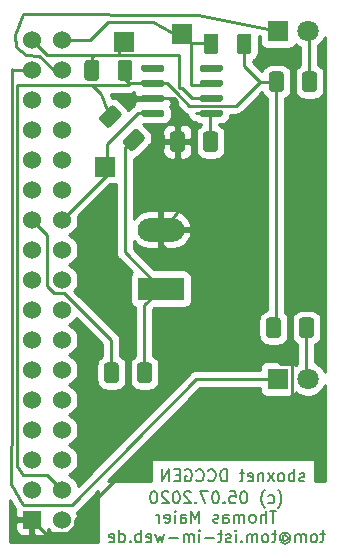
<source format=gbr>
G04 #@! TF.GenerationSoftware,KiCad,Pcbnew,5.1.6-c6e7f7d~86~ubuntu18.04.1*
G04 #@! TF.CreationDate,2020-07-18T15:42:51+02:00*
G04 #@! TF.ProjectId,sboxnet-dccgen,73626f78-6e65-4742-9d64-636367656e2e,rev?*
G04 #@! TF.SameCoordinates,Original*
G04 #@! TF.FileFunction,Copper,L2,Bot*
G04 #@! TF.FilePolarity,Positive*
%FSLAX46Y46*%
G04 Gerber Fmt 4.6, Leading zero omitted, Abs format (unit mm)*
G04 Created by KiCad (PCBNEW 5.1.6-c6e7f7d~86~ubuntu18.04.1) date 2020-07-18 15:42:51*
%MOMM*%
%LPD*%
G01*
G04 APERTURE LIST*
G04 #@! TA.AperFunction,NonConductor*
%ADD10C,0.150000*%
G04 #@! TD*
G04 #@! TA.AperFunction,ComponentPad*
%ADD11R,1.700000X1.700000*%
G04 #@! TD*
G04 #@! TA.AperFunction,ComponentPad*
%ADD12C,1.800000*%
G04 #@! TD*
G04 #@! TA.AperFunction,ComponentPad*
%ADD13R,1.800000X1.800000*%
G04 #@! TD*
G04 #@! TA.AperFunction,ComponentPad*
%ADD14C,1.524000*%
G04 #@! TD*
G04 #@! TA.AperFunction,ComponentPad*
%ADD15R,1.524000X1.524000*%
G04 #@! TD*
G04 #@! TA.AperFunction,ComponentPad*
%ADD16O,3.960000X1.980000*%
G04 #@! TD*
G04 #@! TA.AperFunction,ComponentPad*
%ADD17R,3.960000X1.980000*%
G04 #@! TD*
G04 #@! TA.AperFunction,Conductor*
%ADD18C,0.250000*%
G04 #@! TD*
G04 #@! TA.AperFunction,Conductor*
%ADD19C,0.254000*%
G04 #@! TD*
G04 APERTURE END LIST*
D10*
X50043695Y-92960133D02*
X50091314Y-92912514D01*
X50186552Y-92769657D01*
X50234171Y-92674419D01*
X50281790Y-92531561D01*
X50329409Y-92293466D01*
X50329409Y-92102990D01*
X50281790Y-91864895D01*
X50234171Y-91722038D01*
X50186552Y-91626800D01*
X50091314Y-91483942D01*
X50043695Y-91436323D01*
X49234171Y-92531561D02*
X49329409Y-92579180D01*
X49519885Y-92579180D01*
X49615123Y-92531561D01*
X49662742Y-92483942D01*
X49710361Y-92388704D01*
X49710361Y-92102990D01*
X49662742Y-92007752D01*
X49615123Y-91960133D01*
X49519885Y-91912514D01*
X49329409Y-91912514D01*
X49234171Y-91960133D01*
X48900838Y-92960133D02*
X48853219Y-92912514D01*
X48757980Y-92769657D01*
X48710361Y-92674419D01*
X48662742Y-92531561D01*
X48615123Y-92293466D01*
X48615123Y-92102990D01*
X48662742Y-91864895D01*
X48710361Y-91722038D01*
X48757980Y-91626800D01*
X48853219Y-91483942D01*
X48900838Y-91436323D01*
X47186552Y-91579180D02*
X47091314Y-91579180D01*
X46996076Y-91626800D01*
X46948457Y-91674419D01*
X46900838Y-91769657D01*
X46853219Y-91960133D01*
X46853219Y-92198228D01*
X46900838Y-92388704D01*
X46948457Y-92483942D01*
X46996076Y-92531561D01*
X47091314Y-92579180D01*
X47186552Y-92579180D01*
X47281790Y-92531561D01*
X47329409Y-92483942D01*
X47377028Y-92388704D01*
X47424647Y-92198228D01*
X47424647Y-91960133D01*
X47377028Y-91769657D01*
X47329409Y-91674419D01*
X47281790Y-91626800D01*
X47186552Y-91579180D01*
X45948457Y-91579180D02*
X46424647Y-91579180D01*
X46472266Y-92055371D01*
X46424647Y-92007752D01*
X46329409Y-91960133D01*
X46091314Y-91960133D01*
X45996076Y-92007752D01*
X45948457Y-92055371D01*
X45900838Y-92150609D01*
X45900838Y-92388704D01*
X45948457Y-92483942D01*
X45996076Y-92531561D01*
X46091314Y-92579180D01*
X46329409Y-92579180D01*
X46424647Y-92531561D01*
X46472266Y-92483942D01*
X45472266Y-92483942D02*
X45424647Y-92531561D01*
X45472266Y-92579180D01*
X45519885Y-92531561D01*
X45472266Y-92483942D01*
X45472266Y-92579180D01*
X44805600Y-91579180D02*
X44710361Y-91579180D01*
X44615123Y-91626800D01*
X44567504Y-91674419D01*
X44519885Y-91769657D01*
X44472266Y-91960133D01*
X44472266Y-92198228D01*
X44519885Y-92388704D01*
X44567504Y-92483942D01*
X44615123Y-92531561D01*
X44710361Y-92579180D01*
X44805600Y-92579180D01*
X44900838Y-92531561D01*
X44948457Y-92483942D01*
X44996076Y-92388704D01*
X45043695Y-92198228D01*
X45043695Y-91960133D01*
X44996076Y-91769657D01*
X44948457Y-91674419D01*
X44900838Y-91626800D01*
X44805600Y-91579180D01*
X44138933Y-91579180D02*
X43472266Y-91579180D01*
X43900838Y-92579180D01*
X43091314Y-92483942D02*
X43043695Y-92531561D01*
X43091314Y-92579180D01*
X43138933Y-92531561D01*
X43091314Y-92483942D01*
X43091314Y-92579180D01*
X42662742Y-91674419D02*
X42615123Y-91626800D01*
X42519885Y-91579180D01*
X42281790Y-91579180D01*
X42186552Y-91626800D01*
X42138933Y-91674419D01*
X42091314Y-91769657D01*
X42091314Y-91864895D01*
X42138933Y-92007752D01*
X42710361Y-92579180D01*
X42091314Y-92579180D01*
X41472266Y-91579180D02*
X41377028Y-91579180D01*
X41281790Y-91626800D01*
X41234171Y-91674419D01*
X41186552Y-91769657D01*
X41138933Y-91960133D01*
X41138933Y-92198228D01*
X41186552Y-92388704D01*
X41234171Y-92483942D01*
X41281790Y-92531561D01*
X41377028Y-92579180D01*
X41472266Y-92579180D01*
X41567504Y-92531561D01*
X41615123Y-92483942D01*
X41662742Y-92388704D01*
X41710361Y-92198228D01*
X41710361Y-91960133D01*
X41662742Y-91769657D01*
X41615123Y-91674419D01*
X41567504Y-91626800D01*
X41472266Y-91579180D01*
X40757980Y-91674419D02*
X40710361Y-91626800D01*
X40615123Y-91579180D01*
X40377028Y-91579180D01*
X40281790Y-91626800D01*
X40234171Y-91674419D01*
X40186552Y-91769657D01*
X40186552Y-91864895D01*
X40234171Y-92007752D01*
X40805600Y-92579180D01*
X40186552Y-92579180D01*
X39567504Y-91579180D02*
X39472266Y-91579180D01*
X39377028Y-91626800D01*
X39329409Y-91674419D01*
X39281790Y-91769657D01*
X39234171Y-91960133D01*
X39234171Y-92198228D01*
X39281790Y-92388704D01*
X39329409Y-92483942D01*
X39377028Y-92531561D01*
X39472266Y-92579180D01*
X39567504Y-92579180D01*
X39662742Y-92531561D01*
X39710361Y-92483942D01*
X39757980Y-92388704D01*
X39805600Y-92198228D01*
X39805600Y-91960133D01*
X39757980Y-91769657D01*
X39710361Y-91674419D01*
X39662742Y-91626800D01*
X39567504Y-91579180D01*
X49900838Y-93229180D02*
X49329409Y-93229180D01*
X49615123Y-94229180D02*
X49615123Y-93229180D01*
X48996076Y-94229180D02*
X48996076Y-93229180D01*
X48567504Y-94229180D02*
X48567504Y-93705371D01*
X48615123Y-93610133D01*
X48710361Y-93562514D01*
X48853219Y-93562514D01*
X48948457Y-93610133D01*
X48996076Y-93657752D01*
X47948457Y-94229180D02*
X48043695Y-94181561D01*
X48091314Y-94133942D01*
X48138933Y-94038704D01*
X48138933Y-93752990D01*
X48091314Y-93657752D01*
X48043695Y-93610133D01*
X47948457Y-93562514D01*
X47805600Y-93562514D01*
X47710361Y-93610133D01*
X47662742Y-93657752D01*
X47615123Y-93752990D01*
X47615123Y-94038704D01*
X47662742Y-94133942D01*
X47710361Y-94181561D01*
X47805600Y-94229180D01*
X47948457Y-94229180D01*
X47186552Y-94229180D02*
X47186552Y-93562514D01*
X47186552Y-93657752D02*
X47138933Y-93610133D01*
X47043695Y-93562514D01*
X46900838Y-93562514D01*
X46805600Y-93610133D01*
X46757980Y-93705371D01*
X46757980Y-94229180D01*
X46757980Y-93705371D02*
X46710361Y-93610133D01*
X46615123Y-93562514D01*
X46472266Y-93562514D01*
X46377028Y-93610133D01*
X46329409Y-93705371D01*
X46329409Y-94229180D01*
X45424647Y-94229180D02*
X45424647Y-93705371D01*
X45472266Y-93610133D01*
X45567504Y-93562514D01*
X45757980Y-93562514D01*
X45853219Y-93610133D01*
X45424647Y-94181561D02*
X45519885Y-94229180D01*
X45757980Y-94229180D01*
X45853219Y-94181561D01*
X45900838Y-94086323D01*
X45900838Y-93991085D01*
X45853219Y-93895847D01*
X45757980Y-93848228D01*
X45519885Y-93848228D01*
X45424647Y-93800609D01*
X44996076Y-94181561D02*
X44900838Y-94229180D01*
X44710361Y-94229180D01*
X44615123Y-94181561D01*
X44567504Y-94086323D01*
X44567504Y-94038704D01*
X44615123Y-93943466D01*
X44710361Y-93895847D01*
X44853219Y-93895847D01*
X44948457Y-93848228D01*
X44996076Y-93752990D01*
X44996076Y-93705371D01*
X44948457Y-93610133D01*
X44853219Y-93562514D01*
X44710361Y-93562514D01*
X44615123Y-93610133D01*
X43377028Y-94229180D02*
X43377028Y-93229180D01*
X43043695Y-93943466D01*
X42710361Y-93229180D01*
X42710361Y-94229180D01*
X41805600Y-94229180D02*
X41805600Y-93705371D01*
X41853219Y-93610133D01*
X41948457Y-93562514D01*
X42138933Y-93562514D01*
X42234171Y-93610133D01*
X41805600Y-94181561D02*
X41900838Y-94229180D01*
X42138933Y-94229180D01*
X42234171Y-94181561D01*
X42281790Y-94086323D01*
X42281790Y-93991085D01*
X42234171Y-93895847D01*
X42138933Y-93848228D01*
X41900838Y-93848228D01*
X41805600Y-93800609D01*
X41329409Y-94229180D02*
X41329409Y-93562514D01*
X41329409Y-93229180D02*
X41377028Y-93276800D01*
X41329409Y-93324419D01*
X41281790Y-93276800D01*
X41329409Y-93229180D01*
X41329409Y-93324419D01*
X40472266Y-94181561D02*
X40567504Y-94229180D01*
X40757980Y-94229180D01*
X40853219Y-94181561D01*
X40900838Y-94086323D01*
X40900838Y-93705371D01*
X40853219Y-93610133D01*
X40757980Y-93562514D01*
X40567504Y-93562514D01*
X40472266Y-93610133D01*
X40424647Y-93705371D01*
X40424647Y-93800609D01*
X40900838Y-93895847D01*
X39996076Y-94229180D02*
X39996076Y-93562514D01*
X39996076Y-93752990D02*
X39948457Y-93657752D01*
X39900838Y-93610133D01*
X39805600Y-93562514D01*
X39710361Y-93562514D01*
X53996076Y-95212514D02*
X53615123Y-95212514D01*
X53853219Y-94879180D02*
X53853219Y-95736323D01*
X53805600Y-95831561D01*
X53710361Y-95879180D01*
X53615123Y-95879180D01*
X53138933Y-95879180D02*
X53234171Y-95831561D01*
X53281790Y-95783942D01*
X53329409Y-95688704D01*
X53329409Y-95402990D01*
X53281790Y-95307752D01*
X53234171Y-95260133D01*
X53138933Y-95212514D01*
X52996076Y-95212514D01*
X52900838Y-95260133D01*
X52853219Y-95307752D01*
X52805600Y-95402990D01*
X52805600Y-95688704D01*
X52853219Y-95783942D01*
X52900838Y-95831561D01*
X52996076Y-95879180D01*
X53138933Y-95879180D01*
X52377028Y-95879180D02*
X52377028Y-95212514D01*
X52377028Y-95307752D02*
X52329409Y-95260133D01*
X52234171Y-95212514D01*
X52091314Y-95212514D01*
X51996076Y-95260133D01*
X51948457Y-95355371D01*
X51948457Y-95879180D01*
X51948457Y-95355371D02*
X51900838Y-95260133D01*
X51805600Y-95212514D01*
X51662742Y-95212514D01*
X51567504Y-95260133D01*
X51519885Y-95355371D01*
X51519885Y-95879180D01*
X50424647Y-95402990D02*
X50472266Y-95355371D01*
X50567504Y-95307752D01*
X50662742Y-95307752D01*
X50757980Y-95355371D01*
X50805600Y-95402990D01*
X50853219Y-95498228D01*
X50853219Y-95593466D01*
X50805600Y-95688704D01*
X50757980Y-95736323D01*
X50662742Y-95783942D01*
X50567504Y-95783942D01*
X50472266Y-95736323D01*
X50424647Y-95688704D01*
X50424647Y-95307752D02*
X50424647Y-95688704D01*
X50377028Y-95736323D01*
X50329409Y-95736323D01*
X50234171Y-95688704D01*
X50186552Y-95593466D01*
X50186552Y-95355371D01*
X50281790Y-95212514D01*
X50424647Y-95117276D01*
X50615123Y-95069657D01*
X50805600Y-95117276D01*
X50948457Y-95212514D01*
X51043695Y-95355371D01*
X51091314Y-95545847D01*
X51043695Y-95736323D01*
X50948457Y-95879180D01*
X50805600Y-95974419D01*
X50615123Y-96022038D01*
X50424647Y-95974419D01*
X50281790Y-95879180D01*
X49900838Y-95212514D02*
X49519885Y-95212514D01*
X49757980Y-94879180D02*
X49757980Y-95736323D01*
X49710361Y-95831561D01*
X49615123Y-95879180D01*
X49519885Y-95879180D01*
X49043695Y-95879180D02*
X49138933Y-95831561D01*
X49186552Y-95783942D01*
X49234171Y-95688704D01*
X49234171Y-95402990D01*
X49186552Y-95307752D01*
X49138933Y-95260133D01*
X49043695Y-95212514D01*
X48900838Y-95212514D01*
X48805600Y-95260133D01*
X48757980Y-95307752D01*
X48710361Y-95402990D01*
X48710361Y-95688704D01*
X48757980Y-95783942D01*
X48805600Y-95831561D01*
X48900838Y-95879180D01*
X49043695Y-95879180D01*
X48281790Y-95879180D02*
X48281790Y-95212514D01*
X48281790Y-95307752D02*
X48234171Y-95260133D01*
X48138933Y-95212514D01*
X47996076Y-95212514D01*
X47900838Y-95260133D01*
X47853219Y-95355371D01*
X47853219Y-95879180D01*
X47853219Y-95355371D02*
X47805600Y-95260133D01*
X47710361Y-95212514D01*
X47567504Y-95212514D01*
X47472266Y-95260133D01*
X47424647Y-95355371D01*
X47424647Y-95879180D01*
X46948457Y-95783942D02*
X46900838Y-95831561D01*
X46948457Y-95879180D01*
X46996076Y-95831561D01*
X46948457Y-95783942D01*
X46948457Y-95879180D01*
X46472266Y-95879180D02*
X46472266Y-95212514D01*
X46472266Y-94879180D02*
X46519885Y-94926800D01*
X46472266Y-94974419D01*
X46424647Y-94926800D01*
X46472266Y-94879180D01*
X46472266Y-94974419D01*
X46043695Y-95831561D02*
X45948457Y-95879180D01*
X45757980Y-95879180D01*
X45662742Y-95831561D01*
X45615123Y-95736323D01*
X45615123Y-95688704D01*
X45662742Y-95593466D01*
X45757980Y-95545847D01*
X45900838Y-95545847D01*
X45996076Y-95498228D01*
X46043695Y-95402990D01*
X46043695Y-95355371D01*
X45996076Y-95260133D01*
X45900838Y-95212514D01*
X45757980Y-95212514D01*
X45662742Y-95260133D01*
X45329409Y-95212514D02*
X44948457Y-95212514D01*
X45186552Y-94879180D02*
X45186552Y-95736323D01*
X45138933Y-95831561D01*
X45043695Y-95879180D01*
X44948457Y-95879180D01*
X44615123Y-95498228D02*
X43853219Y-95498228D01*
X43377028Y-95879180D02*
X43377028Y-95212514D01*
X43377028Y-94879180D02*
X43424647Y-94926800D01*
X43377028Y-94974419D01*
X43329409Y-94926800D01*
X43377028Y-94879180D01*
X43377028Y-94974419D01*
X42900838Y-95879180D02*
X42900838Y-95212514D01*
X42900838Y-95307752D02*
X42853219Y-95260133D01*
X42757980Y-95212514D01*
X42615123Y-95212514D01*
X42519885Y-95260133D01*
X42472266Y-95355371D01*
X42472266Y-95879180D01*
X42472266Y-95355371D02*
X42424647Y-95260133D01*
X42329409Y-95212514D01*
X42186552Y-95212514D01*
X42091314Y-95260133D01*
X42043695Y-95355371D01*
X42043695Y-95879180D01*
X41567504Y-95498228D02*
X40805600Y-95498228D01*
X40424647Y-95212514D02*
X40234171Y-95879180D01*
X40043695Y-95402990D01*
X39853219Y-95879180D01*
X39662742Y-95212514D01*
X38900838Y-95831561D02*
X38996076Y-95879180D01*
X39186552Y-95879180D01*
X39281790Y-95831561D01*
X39329409Y-95736323D01*
X39329409Y-95355371D01*
X39281790Y-95260133D01*
X39186552Y-95212514D01*
X38996076Y-95212514D01*
X38900838Y-95260133D01*
X38853219Y-95355371D01*
X38853219Y-95450609D01*
X39329409Y-95545847D01*
X38424647Y-95879180D02*
X38424647Y-94879180D01*
X38424647Y-95260133D02*
X38329409Y-95212514D01*
X38138933Y-95212514D01*
X38043695Y-95260133D01*
X37996076Y-95307752D01*
X37948457Y-95402990D01*
X37948457Y-95688704D01*
X37996076Y-95783942D01*
X38043695Y-95831561D01*
X38138933Y-95879180D01*
X38329409Y-95879180D01*
X38424647Y-95831561D01*
X37519885Y-95783942D02*
X37472266Y-95831561D01*
X37519885Y-95879180D01*
X37567504Y-95831561D01*
X37519885Y-95783942D01*
X37519885Y-95879180D01*
X36615123Y-95879180D02*
X36615123Y-94879180D01*
X36615123Y-95831561D02*
X36710361Y-95879180D01*
X36900838Y-95879180D01*
X36996076Y-95831561D01*
X37043695Y-95783942D01*
X37091314Y-95688704D01*
X37091314Y-95402990D01*
X37043695Y-95307752D01*
X36996076Y-95260133D01*
X36900838Y-95212514D01*
X36710361Y-95212514D01*
X36615123Y-95260133D01*
X35757980Y-95831561D02*
X35853219Y-95879180D01*
X36043695Y-95879180D01*
X36138933Y-95831561D01*
X36186552Y-95736323D01*
X36186552Y-95355371D01*
X36138933Y-95260133D01*
X36043695Y-95212514D01*
X35853219Y-95212514D01*
X35757980Y-95260133D01*
X35710361Y-95355371D01*
X35710361Y-95450609D01*
X36186552Y-95545847D01*
X52275619Y-90676361D02*
X52180380Y-90723980D01*
X51989904Y-90723980D01*
X51894666Y-90676361D01*
X51847047Y-90581123D01*
X51847047Y-90533504D01*
X51894666Y-90438266D01*
X51989904Y-90390647D01*
X52132761Y-90390647D01*
X52228000Y-90343028D01*
X52275619Y-90247790D01*
X52275619Y-90200171D01*
X52228000Y-90104933D01*
X52132761Y-90057314D01*
X51989904Y-90057314D01*
X51894666Y-90104933D01*
X51418476Y-90723980D02*
X51418476Y-89723980D01*
X51418476Y-90104933D02*
X51323238Y-90057314D01*
X51132761Y-90057314D01*
X51037523Y-90104933D01*
X50989904Y-90152552D01*
X50942285Y-90247790D01*
X50942285Y-90533504D01*
X50989904Y-90628742D01*
X51037523Y-90676361D01*
X51132761Y-90723980D01*
X51323238Y-90723980D01*
X51418476Y-90676361D01*
X50370857Y-90723980D02*
X50466095Y-90676361D01*
X50513714Y-90628742D01*
X50561333Y-90533504D01*
X50561333Y-90247790D01*
X50513714Y-90152552D01*
X50466095Y-90104933D01*
X50370857Y-90057314D01*
X50228000Y-90057314D01*
X50132761Y-90104933D01*
X50085142Y-90152552D01*
X50037523Y-90247790D01*
X50037523Y-90533504D01*
X50085142Y-90628742D01*
X50132761Y-90676361D01*
X50228000Y-90723980D01*
X50370857Y-90723980D01*
X49704190Y-90723980D02*
X49180380Y-90057314D01*
X49704190Y-90057314D02*
X49180380Y-90723980D01*
X48799428Y-90057314D02*
X48799428Y-90723980D01*
X48799428Y-90152552D02*
X48751809Y-90104933D01*
X48656571Y-90057314D01*
X48513714Y-90057314D01*
X48418476Y-90104933D01*
X48370857Y-90200171D01*
X48370857Y-90723980D01*
X47513714Y-90676361D02*
X47608952Y-90723980D01*
X47799428Y-90723980D01*
X47894666Y-90676361D01*
X47942285Y-90581123D01*
X47942285Y-90200171D01*
X47894666Y-90104933D01*
X47799428Y-90057314D01*
X47608952Y-90057314D01*
X47513714Y-90104933D01*
X47466095Y-90200171D01*
X47466095Y-90295409D01*
X47942285Y-90390647D01*
X47180380Y-90057314D02*
X46799428Y-90057314D01*
X47037523Y-89723980D02*
X47037523Y-90581123D01*
X46989904Y-90676361D01*
X46894666Y-90723980D01*
X46799428Y-90723980D01*
X45704190Y-90723980D02*
X45704190Y-89723980D01*
X45466095Y-89723980D01*
X45323238Y-89771600D01*
X45227999Y-89866838D01*
X45180380Y-89962076D01*
X45132761Y-90152552D01*
X45132761Y-90295409D01*
X45180380Y-90485885D01*
X45227999Y-90581123D01*
X45323238Y-90676361D01*
X45466095Y-90723980D01*
X45704190Y-90723980D01*
X44132761Y-90628742D02*
X44180380Y-90676361D01*
X44323238Y-90723980D01*
X44418476Y-90723980D01*
X44561333Y-90676361D01*
X44656571Y-90581123D01*
X44704190Y-90485885D01*
X44751809Y-90295409D01*
X44751809Y-90152552D01*
X44704190Y-89962076D01*
X44656571Y-89866838D01*
X44561333Y-89771600D01*
X44418476Y-89723980D01*
X44323238Y-89723980D01*
X44180380Y-89771600D01*
X44132761Y-89819219D01*
X43132761Y-90628742D02*
X43180380Y-90676361D01*
X43323238Y-90723980D01*
X43418476Y-90723980D01*
X43561333Y-90676361D01*
X43656571Y-90581123D01*
X43704190Y-90485885D01*
X43751809Y-90295409D01*
X43751809Y-90152552D01*
X43704190Y-89962076D01*
X43656571Y-89866838D01*
X43561333Y-89771600D01*
X43418476Y-89723980D01*
X43323238Y-89723980D01*
X43180380Y-89771600D01*
X43132761Y-89819219D01*
X42180380Y-89771600D02*
X42275619Y-89723980D01*
X42418476Y-89723980D01*
X42561333Y-89771600D01*
X42656571Y-89866838D01*
X42704190Y-89962076D01*
X42751809Y-90152552D01*
X42751809Y-90295409D01*
X42704190Y-90485885D01*
X42656571Y-90581123D01*
X42561333Y-90676361D01*
X42418476Y-90723980D01*
X42323238Y-90723980D01*
X42180380Y-90676361D01*
X42132761Y-90628742D01*
X42132761Y-90295409D01*
X42323238Y-90295409D01*
X41704190Y-90200171D02*
X41370857Y-90200171D01*
X41227999Y-90723980D02*
X41704190Y-90723980D01*
X41704190Y-89723980D01*
X41227999Y-89723980D01*
X40799428Y-90723980D02*
X40799428Y-89723980D01*
X40227999Y-90723980D01*
X40227999Y-89723980D01*
D11*
X41910000Y-52882800D03*
X36982400Y-53543200D03*
X35400000Y-64100000D03*
G04 #@! TA.AperFunction,SMDPad,CuDef*
G36*
G01*
X36459000Y-56555800D02*
X36459000Y-55305800D01*
G75*
G02*
X36709000Y-55055800I250000J0D01*
G01*
X37459000Y-55055800D01*
G75*
G02*
X37709000Y-55305800I0J-250000D01*
G01*
X37709000Y-56555800D01*
G75*
G02*
X37459000Y-56805800I-250000J0D01*
G01*
X36709000Y-56805800D01*
G75*
G02*
X36459000Y-56555800I0J250000D01*
G01*
G37*
G04 #@! TD.AperFunction*
G04 #@! TA.AperFunction,SMDPad,CuDef*
G36*
G01*
X33659000Y-56555800D02*
X33659000Y-55305800D01*
G75*
G02*
X33909000Y-55055800I250000J0D01*
G01*
X34659000Y-55055800D01*
G75*
G02*
X34909000Y-55305800I0J-250000D01*
G01*
X34909000Y-56555800D01*
G75*
G02*
X34659000Y-56805800I-250000J0D01*
G01*
X33909000Y-56805800D01*
G75*
G02*
X33659000Y-56555800I0J250000D01*
G01*
G37*
G04 #@! TD.AperFunction*
G04 #@! TA.AperFunction,SMDPad,CuDef*
G36*
G01*
X46545800Y-54320600D02*
X46545800Y-53070600D01*
G75*
G02*
X46795800Y-52820600I250000J0D01*
G01*
X47545800Y-52820600D01*
G75*
G02*
X47795800Y-53070600I0J-250000D01*
G01*
X47795800Y-54320600D01*
G75*
G02*
X47545800Y-54570600I-250000J0D01*
G01*
X46795800Y-54570600D01*
G75*
G02*
X46545800Y-54320600I0J250000D01*
G01*
G37*
G04 #@! TD.AperFunction*
G04 #@! TA.AperFunction,SMDPad,CuDef*
G36*
G01*
X43745800Y-54320600D02*
X43745800Y-53070600D01*
G75*
G02*
X43995800Y-52820600I250000J0D01*
G01*
X44745800Y-52820600D01*
G75*
G02*
X44995800Y-53070600I0J-250000D01*
G01*
X44995800Y-54320600D01*
G75*
G02*
X44745800Y-54570600I-250000J0D01*
G01*
X43995800Y-54570600D01*
G75*
G02*
X43745800Y-54320600I0J250000D01*
G01*
G37*
G04 #@! TD.AperFunction*
D12*
X52578000Y-52578000D03*
D13*
X50038000Y-52578000D03*
G04 #@! TA.AperFunction,SMDPad,CuDef*
G36*
G01*
X50533000Y-56271000D02*
X50533000Y-57521000D01*
G75*
G02*
X50283000Y-57771000I-250000J0D01*
G01*
X49533000Y-57771000D01*
G75*
G02*
X49283000Y-57521000I0J250000D01*
G01*
X49283000Y-56271000D01*
G75*
G02*
X49533000Y-56021000I250000J0D01*
G01*
X50283000Y-56021000D01*
G75*
G02*
X50533000Y-56271000I0J-250000D01*
G01*
G37*
G04 #@! TD.AperFunction*
G04 #@! TA.AperFunction,SMDPad,CuDef*
G36*
G01*
X53333000Y-56271000D02*
X53333000Y-57521000D01*
G75*
G02*
X53083000Y-57771000I-250000J0D01*
G01*
X52333000Y-57771000D01*
G75*
G02*
X52083000Y-57521000I0J250000D01*
G01*
X52083000Y-56271000D01*
G75*
G02*
X52333000Y-56021000I250000J0D01*
G01*
X53083000Y-56021000D01*
G75*
G02*
X53333000Y-56271000I0J-250000D01*
G01*
G37*
G04 #@! TD.AperFunction*
D12*
X52578000Y-82042000D03*
D13*
X50038000Y-82042000D03*
G04 #@! TA.AperFunction,SMDPad,CuDef*
G36*
G01*
X43410000Y-59713000D02*
X43410000Y-59413000D01*
G75*
G02*
X43560000Y-59263000I150000J0D01*
G01*
X45210000Y-59263000D01*
G75*
G02*
X45360000Y-59413000I0J-150000D01*
G01*
X45360000Y-59713000D01*
G75*
G02*
X45210000Y-59863000I-150000J0D01*
G01*
X43560000Y-59863000D01*
G75*
G02*
X43410000Y-59713000I0J150000D01*
G01*
G37*
G04 #@! TD.AperFunction*
G04 #@! TA.AperFunction,SMDPad,CuDef*
G36*
G01*
X43410000Y-58443000D02*
X43410000Y-58143000D01*
G75*
G02*
X43560000Y-57993000I150000J0D01*
G01*
X45210000Y-57993000D01*
G75*
G02*
X45360000Y-58143000I0J-150000D01*
G01*
X45360000Y-58443000D01*
G75*
G02*
X45210000Y-58593000I-150000J0D01*
G01*
X43560000Y-58593000D01*
G75*
G02*
X43410000Y-58443000I0J150000D01*
G01*
G37*
G04 #@! TD.AperFunction*
G04 #@! TA.AperFunction,SMDPad,CuDef*
G36*
G01*
X43410000Y-57173000D02*
X43410000Y-56873000D01*
G75*
G02*
X43560000Y-56723000I150000J0D01*
G01*
X45210000Y-56723000D01*
G75*
G02*
X45360000Y-56873000I0J-150000D01*
G01*
X45360000Y-57173000D01*
G75*
G02*
X45210000Y-57323000I-150000J0D01*
G01*
X43560000Y-57323000D01*
G75*
G02*
X43410000Y-57173000I0J150000D01*
G01*
G37*
G04 #@! TD.AperFunction*
G04 #@! TA.AperFunction,SMDPad,CuDef*
G36*
G01*
X43410000Y-55903000D02*
X43410000Y-55603000D01*
G75*
G02*
X43560000Y-55453000I150000J0D01*
G01*
X45210000Y-55453000D01*
G75*
G02*
X45360000Y-55603000I0J-150000D01*
G01*
X45360000Y-55903000D01*
G75*
G02*
X45210000Y-56053000I-150000J0D01*
G01*
X43560000Y-56053000D01*
G75*
G02*
X43410000Y-55903000I0J150000D01*
G01*
G37*
G04 #@! TD.AperFunction*
G04 #@! TA.AperFunction,SMDPad,CuDef*
G36*
G01*
X38460000Y-55903000D02*
X38460000Y-55603000D01*
G75*
G02*
X38610000Y-55453000I150000J0D01*
G01*
X40260000Y-55453000D01*
G75*
G02*
X40410000Y-55603000I0J-150000D01*
G01*
X40410000Y-55903000D01*
G75*
G02*
X40260000Y-56053000I-150000J0D01*
G01*
X38610000Y-56053000D01*
G75*
G02*
X38460000Y-55903000I0J150000D01*
G01*
G37*
G04 #@! TD.AperFunction*
G04 #@! TA.AperFunction,SMDPad,CuDef*
G36*
G01*
X38460000Y-57173000D02*
X38460000Y-56873000D01*
G75*
G02*
X38610000Y-56723000I150000J0D01*
G01*
X40260000Y-56723000D01*
G75*
G02*
X40410000Y-56873000I0J-150000D01*
G01*
X40410000Y-57173000D01*
G75*
G02*
X40260000Y-57323000I-150000J0D01*
G01*
X38610000Y-57323000D01*
G75*
G02*
X38460000Y-57173000I0J150000D01*
G01*
G37*
G04 #@! TD.AperFunction*
G04 #@! TA.AperFunction,SMDPad,CuDef*
G36*
G01*
X38460000Y-58443000D02*
X38460000Y-58143000D01*
G75*
G02*
X38610000Y-57993000I150000J0D01*
G01*
X40260000Y-57993000D01*
G75*
G02*
X40410000Y-58143000I0J-150000D01*
G01*
X40410000Y-58443000D01*
G75*
G02*
X40260000Y-58593000I-150000J0D01*
G01*
X38610000Y-58593000D01*
G75*
G02*
X38460000Y-58443000I0J150000D01*
G01*
G37*
G04 #@! TD.AperFunction*
G04 #@! TA.AperFunction,SMDPad,CuDef*
G36*
G01*
X38460000Y-59713000D02*
X38460000Y-59413000D01*
G75*
G02*
X38610000Y-59263000I150000J0D01*
G01*
X40260000Y-59263000D01*
G75*
G02*
X40410000Y-59413000I0J-150000D01*
G01*
X40410000Y-59713000D01*
G75*
G02*
X40260000Y-59863000I-150000J0D01*
G01*
X38610000Y-59863000D01*
G75*
G02*
X38460000Y-59713000I0J150000D01*
G01*
G37*
G04 #@! TD.AperFunction*
D14*
X29210000Y-53340000D03*
X29210000Y-55880000D03*
X29210000Y-58420000D03*
X29210000Y-60960000D03*
X29210000Y-63500000D03*
X29210000Y-66040000D03*
X29210000Y-68580000D03*
X31750000Y-53340000D03*
X31750000Y-55880000D03*
X31750000Y-58420000D03*
X31750000Y-60960000D03*
X31750000Y-63500000D03*
X31750000Y-66040000D03*
X31750000Y-68580000D03*
X29210000Y-71120000D03*
X31750000Y-71120000D03*
X29210000Y-73660000D03*
X31750000Y-73660000D03*
X29210000Y-76200000D03*
X31750000Y-76200000D03*
X29210000Y-78740000D03*
X31750000Y-78740000D03*
X29210000Y-81280000D03*
X31750000Y-81280000D03*
X29210000Y-83820000D03*
X31750000Y-83820000D03*
X29210000Y-86360000D03*
X31750000Y-86360000D03*
X29210000Y-88900000D03*
X31750000Y-88900000D03*
X29210000Y-91440000D03*
X31750000Y-91440000D03*
D15*
X29210000Y-93980000D03*
D14*
X31750000Y-93980000D03*
D16*
X40132000Y-69422000D03*
D17*
X40132000Y-74422000D03*
G04 #@! TA.AperFunction,SMDPad,CuDef*
G36*
G01*
X42151000Y-61351000D02*
X42151000Y-62601000D01*
G75*
G02*
X41901000Y-62851000I-250000J0D01*
G01*
X41151000Y-62851000D01*
G75*
G02*
X40901000Y-62601000I0J250000D01*
G01*
X40901000Y-61351000D01*
G75*
G02*
X41151000Y-61101000I250000J0D01*
G01*
X41901000Y-61101000D01*
G75*
G02*
X42151000Y-61351000I0J-250000D01*
G01*
G37*
G04 #@! TD.AperFunction*
G04 #@! TA.AperFunction,SMDPad,CuDef*
G36*
G01*
X44951000Y-61351000D02*
X44951000Y-62601000D01*
G75*
G02*
X44701000Y-62851000I-250000J0D01*
G01*
X43951000Y-62851000D01*
G75*
G02*
X43701000Y-62601000I0J250000D01*
G01*
X43701000Y-61351000D01*
G75*
G02*
X43951000Y-61101000I250000J0D01*
G01*
X44701000Y-61101000D01*
G75*
G02*
X44951000Y-61351000I0J-250000D01*
G01*
G37*
G04 #@! TD.AperFunction*
G04 #@! TA.AperFunction,SMDPad,CuDef*
G36*
G01*
X50279000Y-77099000D02*
X50279000Y-78349000D01*
G75*
G02*
X50029000Y-78599000I-250000J0D01*
G01*
X49279000Y-78599000D01*
G75*
G02*
X49029000Y-78349000I0J250000D01*
G01*
X49029000Y-77099000D01*
G75*
G02*
X49279000Y-76849000I250000J0D01*
G01*
X50029000Y-76849000D01*
G75*
G02*
X50279000Y-77099000I0J-250000D01*
G01*
G37*
G04 #@! TD.AperFunction*
G04 #@! TA.AperFunction,SMDPad,CuDef*
G36*
G01*
X53079000Y-77099000D02*
X53079000Y-78349000D01*
G75*
G02*
X52829000Y-78599000I-250000J0D01*
G01*
X52079000Y-78599000D01*
G75*
G02*
X51829000Y-78349000I0J250000D01*
G01*
X51829000Y-77099000D01*
G75*
G02*
X52079000Y-76849000I250000J0D01*
G01*
X52829000Y-76849000D01*
G75*
G02*
X53079000Y-77099000I0J-250000D01*
G01*
G37*
G04 #@! TD.AperFunction*
G04 #@! TA.AperFunction,SMDPad,CuDef*
G36*
G01*
X36724585Y-59843702D02*
X35840702Y-60727586D01*
G75*
G02*
X35487148Y-60727586I-176777J176777D01*
G01*
X34956818Y-60197256D01*
G75*
G02*
X34956818Y-59843702I176777J176777D01*
G01*
X35840702Y-58959818D01*
G75*
G02*
X36194256Y-58959818I176777J-176777D01*
G01*
X36724586Y-59490148D01*
G75*
G02*
X36724586Y-59843702I-176777J-176777D01*
G01*
G37*
G04 #@! TD.AperFunction*
G04 #@! TA.AperFunction,SMDPad,CuDef*
G36*
G01*
X38704483Y-61823600D02*
X37820600Y-62707484D01*
G75*
G02*
X37467046Y-62707484I-176777J176777D01*
G01*
X36936716Y-62177154D01*
G75*
G02*
X36936716Y-61823600I176777J176777D01*
G01*
X37820600Y-60939716D01*
G75*
G02*
X38174154Y-60939716I176777J-176777D01*
G01*
X38704484Y-61470046D01*
G75*
G02*
X38704484Y-61823600I-176777J-176777D01*
G01*
G37*
G04 #@! TD.AperFunction*
G04 #@! TA.AperFunction,SMDPad,CuDef*
G36*
G01*
X38113000Y-82159000D02*
X38113000Y-80909000D01*
G75*
G02*
X38363000Y-80659000I250000J0D01*
G01*
X39113000Y-80659000D01*
G75*
G02*
X39363000Y-80909000I0J-250000D01*
G01*
X39363000Y-82159000D01*
G75*
G02*
X39113000Y-82409000I-250000J0D01*
G01*
X38363000Y-82409000D01*
G75*
G02*
X38113000Y-82159000I0J250000D01*
G01*
G37*
G04 #@! TD.AperFunction*
G04 #@! TA.AperFunction,SMDPad,CuDef*
G36*
G01*
X35313000Y-82159000D02*
X35313000Y-80909000D01*
G75*
G02*
X35563000Y-80659000I250000J0D01*
G01*
X36313000Y-80659000D01*
G75*
G02*
X36563000Y-80909000I0J-250000D01*
G01*
X36563000Y-82159000D01*
G75*
G02*
X36313000Y-82409000I-250000J0D01*
G01*
X35563000Y-82409000D01*
G75*
G02*
X35313000Y-82159000I0J250000D01*
G01*
G37*
G04 #@! TD.AperFunction*
D18*
X52832000Y-57020000D02*
X52708000Y-56896000D01*
X52708000Y-52708000D02*
X52578000Y-52578000D01*
X52708000Y-56896000D02*
X52708000Y-52708000D01*
X31113590Y-55880000D02*
X31750000Y-55880000D01*
X29768800Y-54711600D02*
X31113590Y-55880000D01*
X50038000Y-52578000D02*
X43307000Y-51231800D01*
X27838400Y-53949600D02*
X28727400Y-54660800D01*
X43307000Y-51231800D02*
X28448000Y-51181000D01*
X28448000Y-51181000D02*
X27787600Y-52984400D01*
X27787600Y-52984400D02*
X27838400Y-53949600D01*
X28727400Y-54660800D02*
X29768800Y-54711600D01*
X52454000Y-81918000D02*
X52578000Y-82042000D01*
X52454000Y-77724000D02*
X52454000Y-81918000D01*
X27489990Y-55822010D02*
X27547980Y-55880000D01*
X27547980Y-55880000D02*
X29210000Y-55880000D01*
X27489990Y-86302010D02*
X27489990Y-55822010D01*
X43122760Y-82042000D02*
X32637759Y-92710000D01*
X28448000Y-92710000D02*
X27432000Y-90932000D01*
X27432000Y-90932000D02*
X27432000Y-89154000D01*
X50038000Y-82042000D02*
X43122760Y-82042000D01*
X32637759Y-92710000D02*
X28448000Y-92710000D01*
X27432000Y-89154000D02*
X27489990Y-86302010D01*
X41910000Y-57404000D02*
X42799000Y-58293000D01*
X41656000Y-57404000D02*
X41910000Y-57404000D01*
X41656000Y-54610000D02*
X41656000Y-57404000D01*
X29210000Y-53340000D02*
X30480000Y-54610000D01*
X42799000Y-58293000D02*
X44385000Y-58293000D01*
X34284000Y-55930800D02*
X34284000Y-54768400D01*
X30480000Y-54610000D02*
X34442400Y-54610000D01*
X34284000Y-54768400D02*
X34442400Y-54610000D01*
X36735590Y-53790010D02*
X36982400Y-53790010D01*
X36601400Y-53924200D02*
X36735590Y-53790010D01*
X36601400Y-54610000D02*
X36601400Y-53924200D01*
X36601400Y-54610000D02*
X41656000Y-54610000D01*
X34442400Y-54610000D02*
X36601400Y-54610000D01*
X30480000Y-69850000D02*
X29210000Y-68580000D01*
X31059001Y-74747001D02*
X30480000Y-74168000D01*
X35938000Y-78779238D02*
X31905763Y-74747001D01*
X30480000Y-74168000D02*
X30480000Y-69850000D01*
X31905763Y-74747001D02*
X31059001Y-74747001D01*
X35938000Y-81534000D02*
X35938000Y-78779238D01*
X42672000Y-53594000D02*
X42672000Y-57150000D01*
X44258000Y-57150000D02*
X44385000Y-57023000D01*
X42672000Y-57150000D02*
X44258000Y-57150000D01*
X44269200Y-53594000D02*
X44370800Y-53695600D01*
X42672000Y-53594000D02*
X44269200Y-53594000D01*
X39471600Y-51841400D02*
X42672000Y-53594000D01*
X35610800Y-51866800D02*
X39471600Y-51841400D01*
X31750000Y-53340000D02*
X34137600Y-53340000D01*
X34137600Y-53340000D02*
X35610800Y-51866800D01*
X31750000Y-68580000D02*
X35560000Y-64770000D01*
X35560000Y-62168000D02*
X38165000Y-59563000D01*
X35560000Y-64770000D02*
X35560000Y-62168000D01*
X38165000Y-59563000D02*
X39435000Y-59563000D01*
X38165000Y-57023000D02*
X39435000Y-57023000D01*
X42536420Y-58918010D02*
X46491990Y-58918010D01*
X41472420Y-57854010D02*
X42536420Y-58918010D01*
X41469600Y-57854010D02*
X41472420Y-57854010D01*
X39435000Y-57023000D02*
X40638590Y-57023000D01*
X40638590Y-57023000D02*
X41469600Y-57854010D01*
X48514000Y-56896000D02*
X49908000Y-56896000D01*
X46491990Y-58918010D02*
X48514000Y-56896000D01*
X49908000Y-77470000D02*
X49654000Y-77724000D01*
X49908000Y-56896000D02*
X49908000Y-77470000D01*
X37084000Y-55930800D02*
X37084000Y-56642000D01*
X37084000Y-56642000D02*
X37465000Y-57023000D01*
X37465000Y-57023000D02*
X38165000Y-57023000D01*
X47170800Y-55552800D02*
X48514000Y-56896000D01*
X47170800Y-53695600D02*
X47170800Y-55552800D01*
X37439600Y-57048400D02*
X37465000Y-57023000D01*
X30480000Y-90170000D02*
X28448000Y-90170000D01*
X37439600Y-57150000D02*
X37439600Y-57048400D01*
X31750000Y-91440000D02*
X30480000Y-90170000D01*
X28448000Y-90170000D02*
X27940000Y-89408000D01*
X27940000Y-89408000D02*
X27940000Y-57150000D01*
X27940000Y-57150000D02*
X37439600Y-57150000D01*
X34290000Y-57150000D02*
X34645600Y-57505600D01*
X35788600Y-59944000D02*
X35078051Y-57938051D01*
X35078051Y-57938051D02*
X34290000Y-57150000D01*
X41048020Y-69168000D02*
X40884010Y-69332010D01*
X39435000Y-58293000D02*
X41275000Y-58293000D01*
X41526000Y-58544000D02*
X41526000Y-61976000D01*
X41275000Y-58293000D02*
X41526000Y-58544000D01*
X41526000Y-68028000D02*
X40132000Y-69422000D01*
X41526000Y-61976000D02*
X41526000Y-68028000D01*
X51263001Y-80881999D02*
X51263001Y-84118999D01*
X51198001Y-80816999D02*
X51263001Y-80881999D01*
X50286999Y-80816999D02*
X51198001Y-80816999D01*
X40132000Y-69422000D02*
X40132000Y-70662000D01*
X40132000Y-70662000D02*
X50286999Y-80816999D01*
X30297001Y-95067001D02*
X29210000Y-93980000D01*
X32271761Y-95067001D02*
X30297001Y-95067001D01*
X32837001Y-94019918D02*
X32837001Y-94501761D01*
X39906337Y-86950582D02*
X32837001Y-94019918D01*
X48431418Y-86950582D02*
X39906337Y-86950582D01*
X32837001Y-94501761D02*
X32271761Y-95067001D01*
X51263001Y-84118999D02*
X48431418Y-86950582D01*
X38738000Y-75816000D02*
X40132000Y-74422000D01*
X38738000Y-81534000D02*
X38738000Y-75816000D01*
X37057949Y-71347949D02*
X40132000Y-74422000D01*
X37057949Y-62457949D02*
X37057949Y-71347949D01*
X37186251Y-62457949D02*
X37820600Y-61823600D01*
X37057949Y-62457949D02*
X37186251Y-62457949D01*
X44831000Y-59563000D02*
X43115000Y-59563000D01*
X44326000Y-59622000D02*
X44385000Y-59563000D01*
X44326000Y-61976000D02*
X44326000Y-59622000D01*
D19*
G36*
X34809886Y-95860000D02*
G01*
X27330000Y-95860000D01*
X27330000Y-94742000D01*
X27809928Y-94742000D01*
X27822188Y-94866482D01*
X27858498Y-94986180D01*
X27917463Y-95096494D01*
X27996815Y-95193185D01*
X28093506Y-95272537D01*
X28203820Y-95331502D01*
X28323518Y-95367812D01*
X28448000Y-95380072D01*
X28924250Y-95377000D01*
X29083000Y-95218250D01*
X29083000Y-94107000D01*
X27971750Y-94107000D01*
X27813000Y-94265750D01*
X27809928Y-94742000D01*
X27330000Y-94742000D01*
X27330000Y-92285329D01*
X27782811Y-93077748D01*
X27813026Y-93134276D01*
X27817622Y-93139877D01*
X27809928Y-93218000D01*
X27813000Y-93694250D01*
X27971750Y-93853000D01*
X29083000Y-93853000D01*
X29083000Y-93833000D01*
X29337000Y-93833000D01*
X29337000Y-93853000D01*
X29357000Y-93853000D01*
X29357000Y-94107000D01*
X29337000Y-94107000D01*
X29337000Y-95218250D01*
X29495750Y-95377000D01*
X29972000Y-95380072D01*
X30096482Y-95367812D01*
X30216180Y-95331502D01*
X30326494Y-95272537D01*
X30423185Y-95193185D01*
X30502537Y-95096494D01*
X30561502Y-94986180D01*
X30597812Y-94866482D01*
X30606080Y-94782535D01*
X30664880Y-94870535D01*
X30859465Y-95065120D01*
X31088273Y-95218005D01*
X31342510Y-95323314D01*
X31612408Y-95377000D01*
X31887592Y-95377000D01*
X32157490Y-95323314D01*
X32411727Y-95218005D01*
X32640535Y-95065120D01*
X32835120Y-94870535D01*
X32988005Y-94641727D01*
X33093314Y-94387490D01*
X33147000Y-94117592D01*
X33147000Y-93842408D01*
X33093314Y-93572510D01*
X33010480Y-93372531D01*
X33062035Y-93344974D01*
X33064603Y-93342866D01*
X33067512Y-93341279D01*
X33122354Y-93295472D01*
X33177760Y-93250001D01*
X33203656Y-93218447D01*
X34809886Y-91584183D01*
X34809886Y-95860000D01*
G37*
X34809886Y-95860000D02*
X27330000Y-95860000D01*
X27330000Y-94742000D01*
X27809928Y-94742000D01*
X27822188Y-94866482D01*
X27858498Y-94986180D01*
X27917463Y-95096494D01*
X27996815Y-95193185D01*
X28093506Y-95272537D01*
X28203820Y-95331502D01*
X28323518Y-95367812D01*
X28448000Y-95380072D01*
X28924250Y-95377000D01*
X29083000Y-95218250D01*
X29083000Y-94107000D01*
X27971750Y-94107000D01*
X27813000Y-94265750D01*
X27809928Y-94742000D01*
X27330000Y-94742000D01*
X27330000Y-92285329D01*
X27782811Y-93077748D01*
X27813026Y-93134276D01*
X27817622Y-93139877D01*
X27809928Y-93218000D01*
X27813000Y-93694250D01*
X27971750Y-93853000D01*
X29083000Y-93853000D01*
X29083000Y-93833000D01*
X29337000Y-93833000D01*
X29337000Y-93853000D01*
X29357000Y-93853000D01*
X29357000Y-94107000D01*
X29337000Y-94107000D01*
X29337000Y-95218250D01*
X29495750Y-95377000D01*
X29972000Y-95380072D01*
X30096482Y-95367812D01*
X30216180Y-95331502D01*
X30326494Y-95272537D01*
X30423185Y-95193185D01*
X30502537Y-95096494D01*
X30561502Y-94986180D01*
X30597812Y-94866482D01*
X30606080Y-94782535D01*
X30664880Y-94870535D01*
X30859465Y-95065120D01*
X31088273Y-95218005D01*
X31342510Y-95323314D01*
X31612408Y-95377000D01*
X31887592Y-95377000D01*
X32157490Y-95323314D01*
X32411727Y-95218005D01*
X32640535Y-95065120D01*
X32835120Y-94870535D01*
X32988005Y-94641727D01*
X33093314Y-94387490D01*
X33147000Y-94117592D01*
X33147000Y-93842408D01*
X33093314Y-93572510D01*
X33010480Y-93372531D01*
X33062035Y-93344974D01*
X33064603Y-93342866D01*
X33067512Y-93341279D01*
X33122354Y-93295472D01*
X33177760Y-93250001D01*
X33203656Y-93218447D01*
X34809886Y-91584183D01*
X34809886Y-95860000D01*
G36*
X48499928Y-53045436D02*
G01*
X48499928Y-53478000D01*
X48512188Y-53602482D01*
X48548498Y-53722180D01*
X48607463Y-53832494D01*
X48686815Y-53929185D01*
X48783506Y-54008537D01*
X48893820Y-54067502D01*
X49013518Y-54103812D01*
X49138000Y-54116072D01*
X50938000Y-54116072D01*
X51062482Y-54103812D01*
X51182180Y-54067502D01*
X51292494Y-54008537D01*
X51389185Y-53929185D01*
X51468537Y-53832494D01*
X51527502Y-53722180D01*
X51533056Y-53703873D01*
X51599495Y-53770312D01*
X51850905Y-53938299D01*
X51948001Y-53978518D01*
X51948000Y-55474661D01*
X51839614Y-55532595D01*
X51705038Y-55643038D01*
X51594595Y-55777614D01*
X51512528Y-55931150D01*
X51461992Y-56097746D01*
X51444928Y-56271000D01*
X51444928Y-57521000D01*
X51461992Y-57694254D01*
X51512528Y-57860850D01*
X51594595Y-58014386D01*
X51705038Y-58148962D01*
X51839614Y-58259405D01*
X51993150Y-58341472D01*
X52159746Y-58392008D01*
X52333000Y-58409072D01*
X53083000Y-58409072D01*
X53256254Y-58392008D01*
X53422850Y-58341472D01*
X53576386Y-58259405D01*
X53710962Y-58148962D01*
X53821405Y-58014386D01*
X53903472Y-57860850D01*
X53954008Y-57694254D01*
X53971072Y-57521000D01*
X53971072Y-56271000D01*
X53954008Y-56097746D01*
X53903472Y-55931150D01*
X53821405Y-55777614D01*
X53710962Y-55643038D01*
X53576386Y-55532595D01*
X53468000Y-55474661D01*
X53468000Y-53829449D01*
X53556505Y-53770312D01*
X53770312Y-53556505D01*
X53938299Y-53305095D01*
X54000800Y-53154205D01*
X54000801Y-81465797D01*
X53938299Y-81314905D01*
X53770312Y-81063495D01*
X53556505Y-80849688D01*
X53305095Y-80681701D01*
X53214000Y-80643968D01*
X53214000Y-79145339D01*
X53322386Y-79087405D01*
X53456962Y-78976962D01*
X53567405Y-78842386D01*
X53649472Y-78688850D01*
X53700008Y-78522254D01*
X53717072Y-78349000D01*
X53717072Y-77099000D01*
X53700008Y-76925746D01*
X53649472Y-76759150D01*
X53567405Y-76605614D01*
X53456962Y-76471038D01*
X53322386Y-76360595D01*
X53168850Y-76278528D01*
X53002254Y-76227992D01*
X52829000Y-76210928D01*
X52079000Y-76210928D01*
X51905746Y-76227992D01*
X51739150Y-76278528D01*
X51585614Y-76360595D01*
X51451038Y-76471038D01*
X51340595Y-76605614D01*
X51258528Y-76759150D01*
X51207992Y-76925746D01*
X51190928Y-77099000D01*
X51190928Y-78349000D01*
X51207992Y-78522254D01*
X51258528Y-78688850D01*
X51340595Y-78842386D01*
X51451038Y-78976962D01*
X51585614Y-79087405D01*
X51694000Y-79145339D01*
X51694001Y-80786541D01*
X51599495Y-80849688D01*
X51533056Y-80916127D01*
X51527502Y-80897820D01*
X51468537Y-80787506D01*
X51389185Y-80690815D01*
X51292494Y-80611463D01*
X51182180Y-80552498D01*
X51062482Y-80516188D01*
X50938000Y-80503928D01*
X49138000Y-80503928D01*
X49013518Y-80516188D01*
X48893820Y-80552498D01*
X48783506Y-80611463D01*
X48686815Y-80690815D01*
X48607463Y-80787506D01*
X48548498Y-80897820D01*
X48512188Y-81017518D01*
X48499928Y-81142000D01*
X48499928Y-81282000D01*
X43156791Y-81282000D01*
X43116153Y-81278352D01*
X43045073Y-81285975D01*
X42973774Y-81292997D01*
X42970594Y-81293962D01*
X42967299Y-81294315D01*
X42899060Y-81315661D01*
X42830513Y-81336454D01*
X42827586Y-81338019D01*
X42824420Y-81339009D01*
X42761625Y-81373276D01*
X42698484Y-81407026D01*
X42695918Y-81409132D01*
X42693006Y-81410721D01*
X42638071Y-81456605D01*
X42582759Y-81501999D01*
X42556873Y-81533541D01*
X33114781Y-91140431D01*
X33093314Y-91032510D01*
X32988005Y-90778273D01*
X32835120Y-90549465D01*
X32640535Y-90354880D01*
X32411727Y-90201995D01*
X32334485Y-90170000D01*
X32411727Y-90138005D01*
X32640535Y-89985120D01*
X32835120Y-89790535D01*
X32988005Y-89561727D01*
X33093314Y-89307490D01*
X33147000Y-89037592D01*
X33147000Y-88762408D01*
X33093314Y-88492510D01*
X32988005Y-88238273D01*
X32835120Y-88009465D01*
X32640535Y-87814880D01*
X32411727Y-87661995D01*
X32334485Y-87630000D01*
X32411727Y-87598005D01*
X32640535Y-87445120D01*
X32835120Y-87250535D01*
X32988005Y-87021727D01*
X33093314Y-86767490D01*
X33147000Y-86497592D01*
X33147000Y-86222408D01*
X33093314Y-85952510D01*
X32988005Y-85698273D01*
X32835120Y-85469465D01*
X32640535Y-85274880D01*
X32411727Y-85121995D01*
X32334485Y-85090000D01*
X32411727Y-85058005D01*
X32640535Y-84905120D01*
X32835120Y-84710535D01*
X32988005Y-84481727D01*
X33093314Y-84227490D01*
X33147000Y-83957592D01*
X33147000Y-83682408D01*
X33093314Y-83412510D01*
X32988005Y-83158273D01*
X32835120Y-82929465D01*
X32640535Y-82734880D01*
X32411727Y-82581995D01*
X32334485Y-82550000D01*
X32411727Y-82518005D01*
X32640535Y-82365120D01*
X32835120Y-82170535D01*
X32988005Y-81941727D01*
X33093314Y-81687490D01*
X33147000Y-81417592D01*
X33147000Y-81142408D01*
X33093314Y-80872510D01*
X32988005Y-80618273D01*
X32835120Y-80389465D01*
X32640535Y-80194880D01*
X32411727Y-80041995D01*
X32334485Y-80010000D01*
X32411727Y-79978005D01*
X32640535Y-79825120D01*
X32835120Y-79630535D01*
X32988005Y-79401727D01*
X33093314Y-79147490D01*
X33147000Y-78877592D01*
X33147000Y-78602408D01*
X33093314Y-78332510D01*
X32988005Y-78078273D01*
X32835120Y-77849465D01*
X32640535Y-77654880D01*
X32411727Y-77501995D01*
X32334485Y-77470000D01*
X32411727Y-77438005D01*
X32640535Y-77285120D01*
X32835120Y-77090535D01*
X32971055Y-76887094D01*
X35178001Y-79094041D01*
X35178001Y-80112661D01*
X35069614Y-80170595D01*
X34935038Y-80281038D01*
X34824595Y-80415614D01*
X34742528Y-80569150D01*
X34691992Y-80735746D01*
X34674928Y-80909000D01*
X34674928Y-82159000D01*
X34691992Y-82332254D01*
X34742528Y-82498850D01*
X34824595Y-82652386D01*
X34935038Y-82786962D01*
X35069614Y-82897405D01*
X35223150Y-82979472D01*
X35389746Y-83030008D01*
X35563000Y-83047072D01*
X36313000Y-83047072D01*
X36486254Y-83030008D01*
X36652850Y-82979472D01*
X36806386Y-82897405D01*
X36940962Y-82786962D01*
X37051405Y-82652386D01*
X37133472Y-82498850D01*
X37184008Y-82332254D01*
X37201072Y-82159000D01*
X37201072Y-80909000D01*
X37184008Y-80735746D01*
X37133472Y-80569150D01*
X37051405Y-80415614D01*
X36940962Y-80281038D01*
X36806386Y-80170595D01*
X36698000Y-80112661D01*
X36698000Y-78816560D01*
X36701676Y-78779237D01*
X36698000Y-78741914D01*
X36698000Y-78741905D01*
X36687003Y-78630252D01*
X36643546Y-78486991D01*
X36572974Y-78354962D01*
X36478001Y-78239237D01*
X36449003Y-78215439D01*
X32809609Y-74576046D01*
X32835120Y-74550535D01*
X32988005Y-74321727D01*
X33093314Y-74067490D01*
X33147000Y-73797592D01*
X33147000Y-73522408D01*
X33093314Y-73252510D01*
X32988005Y-72998273D01*
X32835120Y-72769465D01*
X32640535Y-72574880D01*
X32411727Y-72421995D01*
X32334485Y-72390000D01*
X32411727Y-72358005D01*
X32640535Y-72205120D01*
X32835120Y-72010535D01*
X32988005Y-71781727D01*
X33093314Y-71527490D01*
X33147000Y-71257592D01*
X33147000Y-70982408D01*
X33093314Y-70712510D01*
X32988005Y-70458273D01*
X32835120Y-70229465D01*
X32640535Y-70034880D01*
X32411727Y-69881995D01*
X32334485Y-69850000D01*
X32411727Y-69818005D01*
X32640535Y-69665120D01*
X32835120Y-69470535D01*
X32988005Y-69241727D01*
X33093314Y-68987490D01*
X33147000Y-68717592D01*
X33147000Y-68442408D01*
X33116372Y-68288429D01*
X35816730Y-65588072D01*
X36250000Y-65588072D01*
X36297949Y-65583350D01*
X36297950Y-71310617D01*
X36294273Y-71347949D01*
X36308947Y-71496934D01*
X36352403Y-71640195D01*
X36422975Y-71772225D01*
X36494150Y-71858951D01*
X36517949Y-71887950D01*
X36546947Y-71911748D01*
X37662590Y-73027392D01*
X37621463Y-73077506D01*
X37562498Y-73187820D01*
X37526188Y-73307518D01*
X37513928Y-73432000D01*
X37513928Y-75412000D01*
X37526188Y-75536482D01*
X37562498Y-75656180D01*
X37621463Y-75766494D01*
X37700815Y-75863185D01*
X37797506Y-75942537D01*
X37907820Y-76001502D01*
X37978001Y-76022791D01*
X37978000Y-80112661D01*
X37869614Y-80170595D01*
X37735038Y-80281038D01*
X37624595Y-80415614D01*
X37542528Y-80569150D01*
X37491992Y-80735746D01*
X37474928Y-80909000D01*
X37474928Y-82159000D01*
X37491992Y-82332254D01*
X37542528Y-82498850D01*
X37624595Y-82652386D01*
X37735038Y-82786962D01*
X37869614Y-82897405D01*
X38023150Y-82979472D01*
X38189746Y-83030008D01*
X38363000Y-83047072D01*
X39113000Y-83047072D01*
X39286254Y-83030008D01*
X39452850Y-82979472D01*
X39606386Y-82897405D01*
X39740962Y-82786962D01*
X39851405Y-82652386D01*
X39933472Y-82498850D01*
X39984008Y-82332254D01*
X40001072Y-82159000D01*
X40001072Y-80909000D01*
X39984008Y-80735746D01*
X39933472Y-80569150D01*
X39851405Y-80415614D01*
X39740962Y-80281038D01*
X39606386Y-80170595D01*
X39498000Y-80112661D01*
X39498000Y-76130801D01*
X39578729Y-76050072D01*
X42112000Y-76050072D01*
X42236482Y-76037812D01*
X42356180Y-76001502D01*
X42466494Y-75942537D01*
X42563185Y-75863185D01*
X42642537Y-75766494D01*
X42701502Y-75656180D01*
X42737812Y-75536482D01*
X42750072Y-75412000D01*
X42750072Y-73432000D01*
X42737812Y-73307518D01*
X42701502Y-73187820D01*
X42642537Y-73077506D01*
X42563185Y-72980815D01*
X42466494Y-72901463D01*
X42356180Y-72842498D01*
X42236482Y-72806188D01*
X42112000Y-72793928D01*
X39578730Y-72793928D01*
X37817949Y-71033148D01*
X37817949Y-70359144D01*
X37903148Y-70481246D01*
X38133601Y-70702581D01*
X38402806Y-70874704D01*
X38700418Y-70991000D01*
X39015000Y-71047000D01*
X40005000Y-71047000D01*
X40005000Y-69549000D01*
X40259000Y-69549000D01*
X40259000Y-71047000D01*
X41249000Y-71047000D01*
X41563582Y-70991000D01*
X41861194Y-70874704D01*
X42130399Y-70702581D01*
X42360852Y-70481246D01*
X42543696Y-70219205D01*
X42671905Y-69926528D01*
X42702218Y-69800865D01*
X42582740Y-69549000D01*
X40259000Y-69549000D01*
X40005000Y-69549000D01*
X39985000Y-69549000D01*
X39985000Y-69295000D01*
X40005000Y-69295000D01*
X40005000Y-67797000D01*
X40259000Y-67797000D01*
X40259000Y-69295000D01*
X42582740Y-69295000D01*
X42702218Y-69043135D01*
X42671905Y-68917472D01*
X42543696Y-68624795D01*
X42360852Y-68362754D01*
X42130399Y-68141419D01*
X41861194Y-67969296D01*
X41563582Y-67853000D01*
X41249000Y-67797000D01*
X40259000Y-67797000D01*
X40005000Y-67797000D01*
X39015000Y-67797000D01*
X38700418Y-67853000D01*
X38402806Y-67969296D01*
X38133601Y-68141419D01*
X37903148Y-68362754D01*
X37817949Y-68484856D01*
X37817949Y-63401450D01*
X37983673Y-63351179D01*
X38137209Y-63269112D01*
X38271785Y-63158669D01*
X38579454Y-62851000D01*
X40262928Y-62851000D01*
X40275188Y-62975482D01*
X40311498Y-63095180D01*
X40370463Y-63205494D01*
X40449815Y-63302185D01*
X40546506Y-63381537D01*
X40656820Y-63440502D01*
X40776518Y-63476812D01*
X40901000Y-63489072D01*
X41240250Y-63486000D01*
X41399000Y-63327250D01*
X41399000Y-62103000D01*
X41653000Y-62103000D01*
X41653000Y-63327250D01*
X41811750Y-63486000D01*
X42151000Y-63489072D01*
X42275482Y-63476812D01*
X42395180Y-63440502D01*
X42505494Y-63381537D01*
X42602185Y-63302185D01*
X42681537Y-63205494D01*
X42740502Y-63095180D01*
X42776812Y-62975482D01*
X42789072Y-62851000D01*
X42786000Y-62261750D01*
X42627250Y-62103000D01*
X41653000Y-62103000D01*
X41399000Y-62103000D01*
X40424750Y-62103000D01*
X40266000Y-62261750D01*
X40262928Y-62851000D01*
X38579454Y-62851000D01*
X39155669Y-62274785D01*
X39266112Y-62140209D01*
X39348179Y-61986673D01*
X39398715Y-61820077D01*
X39415779Y-61646823D01*
X39398715Y-61473569D01*
X39348179Y-61306973D01*
X39266112Y-61153437D01*
X39223079Y-61101000D01*
X40262928Y-61101000D01*
X40266000Y-61690250D01*
X40424750Y-61849000D01*
X41399000Y-61849000D01*
X41399000Y-60624750D01*
X41653000Y-60624750D01*
X41653000Y-61849000D01*
X42627250Y-61849000D01*
X42786000Y-61690250D01*
X42789072Y-61101000D01*
X42776812Y-60976518D01*
X42740502Y-60856820D01*
X42681537Y-60746506D01*
X42602185Y-60649815D01*
X42505494Y-60570463D01*
X42395180Y-60511498D01*
X42275482Y-60475188D01*
X42151000Y-60462928D01*
X41811750Y-60466000D01*
X41653000Y-60624750D01*
X41399000Y-60624750D01*
X41240250Y-60466000D01*
X40901000Y-60462928D01*
X40776518Y-60475188D01*
X40656820Y-60511498D01*
X40546506Y-60570463D01*
X40449815Y-60649815D01*
X40370463Y-60746506D01*
X40311498Y-60856820D01*
X40275188Y-60976518D01*
X40262928Y-61101000D01*
X39223079Y-61101000D01*
X39155669Y-61018861D01*
X38637880Y-60501072D01*
X40260000Y-60501072D01*
X40413745Y-60485929D01*
X40561582Y-60441084D01*
X40697829Y-60368258D01*
X40817251Y-60270251D01*
X40915258Y-60150829D01*
X40988084Y-60014582D01*
X41032929Y-59866745D01*
X41048072Y-59713000D01*
X41048072Y-59413000D01*
X41032929Y-59259255D01*
X40988084Y-59111418D01*
X40916270Y-58977064D01*
X40940537Y-58947494D01*
X40999502Y-58837180D01*
X41035812Y-58717482D01*
X41048072Y-58593000D01*
X41045000Y-58578750D01*
X40886252Y-58420002D01*
X40961269Y-58420002D01*
X40974328Y-58430719D01*
X41972621Y-59429013D01*
X41996419Y-59458011D01*
X42112144Y-59552984D01*
X42244173Y-59623556D01*
X42360771Y-59658925D01*
X42365997Y-59711986D01*
X42409454Y-59855247D01*
X42480026Y-59987276D01*
X42574999Y-60103001D01*
X42690724Y-60197974D01*
X42822753Y-60268546D01*
X42966014Y-60312003D01*
X43065572Y-60321809D01*
X43122171Y-60368258D01*
X43258418Y-60441084D01*
X43406255Y-60485929D01*
X43560000Y-60501072D01*
X43566001Y-60501072D01*
X43566001Y-60554661D01*
X43457614Y-60612595D01*
X43323038Y-60723038D01*
X43212595Y-60857614D01*
X43130528Y-61011150D01*
X43079992Y-61177746D01*
X43062928Y-61351000D01*
X43062928Y-62601000D01*
X43079992Y-62774254D01*
X43130528Y-62940850D01*
X43212595Y-63094386D01*
X43323038Y-63228962D01*
X43457614Y-63339405D01*
X43611150Y-63421472D01*
X43777746Y-63472008D01*
X43951000Y-63489072D01*
X44701000Y-63489072D01*
X44874254Y-63472008D01*
X45040850Y-63421472D01*
X45194386Y-63339405D01*
X45328962Y-63228962D01*
X45439405Y-63094386D01*
X45521472Y-62940850D01*
X45572008Y-62774254D01*
X45589072Y-62601000D01*
X45589072Y-61351000D01*
X45572008Y-61177746D01*
X45521472Y-61011150D01*
X45439405Y-60857614D01*
X45328962Y-60723038D01*
X45194386Y-60612595D01*
X45086000Y-60554661D01*
X45086000Y-60501072D01*
X45210000Y-60501072D01*
X45363745Y-60485929D01*
X45511582Y-60441084D01*
X45647829Y-60368258D01*
X45767251Y-60270251D01*
X45865258Y-60150829D01*
X45938084Y-60014582D01*
X45982929Y-59866745D01*
X45998072Y-59713000D01*
X45998072Y-59678010D01*
X46454668Y-59678010D01*
X46491990Y-59681686D01*
X46529312Y-59678010D01*
X46529323Y-59678010D01*
X46640976Y-59667013D01*
X46784237Y-59623556D01*
X46916266Y-59552984D01*
X47031991Y-59458011D01*
X47055794Y-59429007D01*
X48691912Y-57792889D01*
X48712528Y-57860850D01*
X48794595Y-58014386D01*
X48905038Y-58148962D01*
X49039614Y-58259405D01*
X49148000Y-58317339D01*
X49148001Y-76223830D01*
X49105746Y-76227992D01*
X48939150Y-76278528D01*
X48785614Y-76360595D01*
X48651038Y-76471038D01*
X48540595Y-76605614D01*
X48458528Y-76759150D01*
X48407992Y-76925746D01*
X48390928Y-77099000D01*
X48390928Y-78349000D01*
X48407992Y-78522254D01*
X48458528Y-78688850D01*
X48540595Y-78842386D01*
X48651038Y-78976962D01*
X48785614Y-79087405D01*
X48939150Y-79169472D01*
X49105746Y-79220008D01*
X49279000Y-79237072D01*
X50029000Y-79237072D01*
X50202254Y-79220008D01*
X50368850Y-79169472D01*
X50522386Y-79087405D01*
X50656962Y-78976962D01*
X50767405Y-78842386D01*
X50849472Y-78688850D01*
X50900008Y-78522254D01*
X50917072Y-78349000D01*
X50917072Y-77099000D01*
X50900008Y-76925746D01*
X50849472Y-76759150D01*
X50767405Y-76605614D01*
X50668000Y-76484488D01*
X50668000Y-58317339D01*
X50776386Y-58259405D01*
X50910962Y-58148962D01*
X51021405Y-58014386D01*
X51103472Y-57860850D01*
X51154008Y-57694254D01*
X51171072Y-57521000D01*
X51171072Y-56271000D01*
X51154008Y-56097746D01*
X51103472Y-55931150D01*
X51021405Y-55777614D01*
X50910962Y-55643038D01*
X50776386Y-55532595D01*
X50622850Y-55450528D01*
X50456254Y-55399992D01*
X50283000Y-55382928D01*
X49533000Y-55382928D01*
X49359746Y-55399992D01*
X49193150Y-55450528D01*
X49039614Y-55532595D01*
X48905038Y-55643038D01*
X48794595Y-55777614D01*
X48712528Y-55931150D01*
X48691912Y-55999111D01*
X47930800Y-55237999D01*
X47930800Y-55116939D01*
X48039186Y-55059005D01*
X48173762Y-54948562D01*
X48284205Y-54813986D01*
X48366272Y-54660450D01*
X48416808Y-54493854D01*
X48433872Y-54320600D01*
X48433872Y-53070600D01*
X48430016Y-53031453D01*
X48499928Y-53045436D01*
G37*
X48499928Y-53045436D02*
X48499928Y-53478000D01*
X48512188Y-53602482D01*
X48548498Y-53722180D01*
X48607463Y-53832494D01*
X48686815Y-53929185D01*
X48783506Y-54008537D01*
X48893820Y-54067502D01*
X49013518Y-54103812D01*
X49138000Y-54116072D01*
X50938000Y-54116072D01*
X51062482Y-54103812D01*
X51182180Y-54067502D01*
X51292494Y-54008537D01*
X51389185Y-53929185D01*
X51468537Y-53832494D01*
X51527502Y-53722180D01*
X51533056Y-53703873D01*
X51599495Y-53770312D01*
X51850905Y-53938299D01*
X51948001Y-53978518D01*
X51948000Y-55474661D01*
X51839614Y-55532595D01*
X51705038Y-55643038D01*
X51594595Y-55777614D01*
X51512528Y-55931150D01*
X51461992Y-56097746D01*
X51444928Y-56271000D01*
X51444928Y-57521000D01*
X51461992Y-57694254D01*
X51512528Y-57860850D01*
X51594595Y-58014386D01*
X51705038Y-58148962D01*
X51839614Y-58259405D01*
X51993150Y-58341472D01*
X52159746Y-58392008D01*
X52333000Y-58409072D01*
X53083000Y-58409072D01*
X53256254Y-58392008D01*
X53422850Y-58341472D01*
X53576386Y-58259405D01*
X53710962Y-58148962D01*
X53821405Y-58014386D01*
X53903472Y-57860850D01*
X53954008Y-57694254D01*
X53971072Y-57521000D01*
X53971072Y-56271000D01*
X53954008Y-56097746D01*
X53903472Y-55931150D01*
X53821405Y-55777614D01*
X53710962Y-55643038D01*
X53576386Y-55532595D01*
X53468000Y-55474661D01*
X53468000Y-53829449D01*
X53556505Y-53770312D01*
X53770312Y-53556505D01*
X53938299Y-53305095D01*
X54000800Y-53154205D01*
X54000801Y-81465797D01*
X53938299Y-81314905D01*
X53770312Y-81063495D01*
X53556505Y-80849688D01*
X53305095Y-80681701D01*
X53214000Y-80643968D01*
X53214000Y-79145339D01*
X53322386Y-79087405D01*
X53456962Y-78976962D01*
X53567405Y-78842386D01*
X53649472Y-78688850D01*
X53700008Y-78522254D01*
X53717072Y-78349000D01*
X53717072Y-77099000D01*
X53700008Y-76925746D01*
X53649472Y-76759150D01*
X53567405Y-76605614D01*
X53456962Y-76471038D01*
X53322386Y-76360595D01*
X53168850Y-76278528D01*
X53002254Y-76227992D01*
X52829000Y-76210928D01*
X52079000Y-76210928D01*
X51905746Y-76227992D01*
X51739150Y-76278528D01*
X51585614Y-76360595D01*
X51451038Y-76471038D01*
X51340595Y-76605614D01*
X51258528Y-76759150D01*
X51207992Y-76925746D01*
X51190928Y-77099000D01*
X51190928Y-78349000D01*
X51207992Y-78522254D01*
X51258528Y-78688850D01*
X51340595Y-78842386D01*
X51451038Y-78976962D01*
X51585614Y-79087405D01*
X51694000Y-79145339D01*
X51694001Y-80786541D01*
X51599495Y-80849688D01*
X51533056Y-80916127D01*
X51527502Y-80897820D01*
X51468537Y-80787506D01*
X51389185Y-80690815D01*
X51292494Y-80611463D01*
X51182180Y-80552498D01*
X51062482Y-80516188D01*
X50938000Y-80503928D01*
X49138000Y-80503928D01*
X49013518Y-80516188D01*
X48893820Y-80552498D01*
X48783506Y-80611463D01*
X48686815Y-80690815D01*
X48607463Y-80787506D01*
X48548498Y-80897820D01*
X48512188Y-81017518D01*
X48499928Y-81142000D01*
X48499928Y-81282000D01*
X43156791Y-81282000D01*
X43116153Y-81278352D01*
X43045073Y-81285975D01*
X42973774Y-81292997D01*
X42970594Y-81293962D01*
X42967299Y-81294315D01*
X42899060Y-81315661D01*
X42830513Y-81336454D01*
X42827586Y-81338019D01*
X42824420Y-81339009D01*
X42761625Y-81373276D01*
X42698484Y-81407026D01*
X42695918Y-81409132D01*
X42693006Y-81410721D01*
X42638071Y-81456605D01*
X42582759Y-81501999D01*
X42556873Y-81533541D01*
X33114781Y-91140431D01*
X33093314Y-91032510D01*
X32988005Y-90778273D01*
X32835120Y-90549465D01*
X32640535Y-90354880D01*
X32411727Y-90201995D01*
X32334485Y-90170000D01*
X32411727Y-90138005D01*
X32640535Y-89985120D01*
X32835120Y-89790535D01*
X32988005Y-89561727D01*
X33093314Y-89307490D01*
X33147000Y-89037592D01*
X33147000Y-88762408D01*
X33093314Y-88492510D01*
X32988005Y-88238273D01*
X32835120Y-88009465D01*
X32640535Y-87814880D01*
X32411727Y-87661995D01*
X32334485Y-87630000D01*
X32411727Y-87598005D01*
X32640535Y-87445120D01*
X32835120Y-87250535D01*
X32988005Y-87021727D01*
X33093314Y-86767490D01*
X33147000Y-86497592D01*
X33147000Y-86222408D01*
X33093314Y-85952510D01*
X32988005Y-85698273D01*
X32835120Y-85469465D01*
X32640535Y-85274880D01*
X32411727Y-85121995D01*
X32334485Y-85090000D01*
X32411727Y-85058005D01*
X32640535Y-84905120D01*
X32835120Y-84710535D01*
X32988005Y-84481727D01*
X33093314Y-84227490D01*
X33147000Y-83957592D01*
X33147000Y-83682408D01*
X33093314Y-83412510D01*
X32988005Y-83158273D01*
X32835120Y-82929465D01*
X32640535Y-82734880D01*
X32411727Y-82581995D01*
X32334485Y-82550000D01*
X32411727Y-82518005D01*
X32640535Y-82365120D01*
X32835120Y-82170535D01*
X32988005Y-81941727D01*
X33093314Y-81687490D01*
X33147000Y-81417592D01*
X33147000Y-81142408D01*
X33093314Y-80872510D01*
X32988005Y-80618273D01*
X32835120Y-80389465D01*
X32640535Y-80194880D01*
X32411727Y-80041995D01*
X32334485Y-80010000D01*
X32411727Y-79978005D01*
X32640535Y-79825120D01*
X32835120Y-79630535D01*
X32988005Y-79401727D01*
X33093314Y-79147490D01*
X33147000Y-78877592D01*
X33147000Y-78602408D01*
X33093314Y-78332510D01*
X32988005Y-78078273D01*
X32835120Y-77849465D01*
X32640535Y-77654880D01*
X32411727Y-77501995D01*
X32334485Y-77470000D01*
X32411727Y-77438005D01*
X32640535Y-77285120D01*
X32835120Y-77090535D01*
X32971055Y-76887094D01*
X35178001Y-79094041D01*
X35178001Y-80112661D01*
X35069614Y-80170595D01*
X34935038Y-80281038D01*
X34824595Y-80415614D01*
X34742528Y-80569150D01*
X34691992Y-80735746D01*
X34674928Y-80909000D01*
X34674928Y-82159000D01*
X34691992Y-82332254D01*
X34742528Y-82498850D01*
X34824595Y-82652386D01*
X34935038Y-82786962D01*
X35069614Y-82897405D01*
X35223150Y-82979472D01*
X35389746Y-83030008D01*
X35563000Y-83047072D01*
X36313000Y-83047072D01*
X36486254Y-83030008D01*
X36652850Y-82979472D01*
X36806386Y-82897405D01*
X36940962Y-82786962D01*
X37051405Y-82652386D01*
X37133472Y-82498850D01*
X37184008Y-82332254D01*
X37201072Y-82159000D01*
X37201072Y-80909000D01*
X37184008Y-80735746D01*
X37133472Y-80569150D01*
X37051405Y-80415614D01*
X36940962Y-80281038D01*
X36806386Y-80170595D01*
X36698000Y-80112661D01*
X36698000Y-78816560D01*
X36701676Y-78779237D01*
X36698000Y-78741914D01*
X36698000Y-78741905D01*
X36687003Y-78630252D01*
X36643546Y-78486991D01*
X36572974Y-78354962D01*
X36478001Y-78239237D01*
X36449003Y-78215439D01*
X32809609Y-74576046D01*
X32835120Y-74550535D01*
X32988005Y-74321727D01*
X33093314Y-74067490D01*
X33147000Y-73797592D01*
X33147000Y-73522408D01*
X33093314Y-73252510D01*
X32988005Y-72998273D01*
X32835120Y-72769465D01*
X32640535Y-72574880D01*
X32411727Y-72421995D01*
X32334485Y-72390000D01*
X32411727Y-72358005D01*
X32640535Y-72205120D01*
X32835120Y-72010535D01*
X32988005Y-71781727D01*
X33093314Y-71527490D01*
X33147000Y-71257592D01*
X33147000Y-70982408D01*
X33093314Y-70712510D01*
X32988005Y-70458273D01*
X32835120Y-70229465D01*
X32640535Y-70034880D01*
X32411727Y-69881995D01*
X32334485Y-69850000D01*
X32411727Y-69818005D01*
X32640535Y-69665120D01*
X32835120Y-69470535D01*
X32988005Y-69241727D01*
X33093314Y-68987490D01*
X33147000Y-68717592D01*
X33147000Y-68442408D01*
X33116372Y-68288429D01*
X35816730Y-65588072D01*
X36250000Y-65588072D01*
X36297949Y-65583350D01*
X36297950Y-71310617D01*
X36294273Y-71347949D01*
X36308947Y-71496934D01*
X36352403Y-71640195D01*
X36422975Y-71772225D01*
X36494150Y-71858951D01*
X36517949Y-71887950D01*
X36546947Y-71911748D01*
X37662590Y-73027392D01*
X37621463Y-73077506D01*
X37562498Y-73187820D01*
X37526188Y-73307518D01*
X37513928Y-73432000D01*
X37513928Y-75412000D01*
X37526188Y-75536482D01*
X37562498Y-75656180D01*
X37621463Y-75766494D01*
X37700815Y-75863185D01*
X37797506Y-75942537D01*
X37907820Y-76001502D01*
X37978001Y-76022791D01*
X37978000Y-80112661D01*
X37869614Y-80170595D01*
X37735038Y-80281038D01*
X37624595Y-80415614D01*
X37542528Y-80569150D01*
X37491992Y-80735746D01*
X37474928Y-80909000D01*
X37474928Y-82159000D01*
X37491992Y-82332254D01*
X37542528Y-82498850D01*
X37624595Y-82652386D01*
X37735038Y-82786962D01*
X37869614Y-82897405D01*
X38023150Y-82979472D01*
X38189746Y-83030008D01*
X38363000Y-83047072D01*
X39113000Y-83047072D01*
X39286254Y-83030008D01*
X39452850Y-82979472D01*
X39606386Y-82897405D01*
X39740962Y-82786962D01*
X39851405Y-82652386D01*
X39933472Y-82498850D01*
X39984008Y-82332254D01*
X40001072Y-82159000D01*
X40001072Y-80909000D01*
X39984008Y-80735746D01*
X39933472Y-80569150D01*
X39851405Y-80415614D01*
X39740962Y-80281038D01*
X39606386Y-80170595D01*
X39498000Y-80112661D01*
X39498000Y-76130801D01*
X39578729Y-76050072D01*
X42112000Y-76050072D01*
X42236482Y-76037812D01*
X42356180Y-76001502D01*
X42466494Y-75942537D01*
X42563185Y-75863185D01*
X42642537Y-75766494D01*
X42701502Y-75656180D01*
X42737812Y-75536482D01*
X42750072Y-75412000D01*
X42750072Y-73432000D01*
X42737812Y-73307518D01*
X42701502Y-73187820D01*
X42642537Y-73077506D01*
X42563185Y-72980815D01*
X42466494Y-72901463D01*
X42356180Y-72842498D01*
X42236482Y-72806188D01*
X42112000Y-72793928D01*
X39578730Y-72793928D01*
X37817949Y-71033148D01*
X37817949Y-70359144D01*
X37903148Y-70481246D01*
X38133601Y-70702581D01*
X38402806Y-70874704D01*
X38700418Y-70991000D01*
X39015000Y-71047000D01*
X40005000Y-71047000D01*
X40005000Y-69549000D01*
X40259000Y-69549000D01*
X40259000Y-71047000D01*
X41249000Y-71047000D01*
X41563582Y-70991000D01*
X41861194Y-70874704D01*
X42130399Y-70702581D01*
X42360852Y-70481246D01*
X42543696Y-70219205D01*
X42671905Y-69926528D01*
X42702218Y-69800865D01*
X42582740Y-69549000D01*
X40259000Y-69549000D01*
X40005000Y-69549000D01*
X39985000Y-69549000D01*
X39985000Y-69295000D01*
X40005000Y-69295000D01*
X40005000Y-67797000D01*
X40259000Y-67797000D01*
X40259000Y-69295000D01*
X42582740Y-69295000D01*
X42702218Y-69043135D01*
X42671905Y-68917472D01*
X42543696Y-68624795D01*
X42360852Y-68362754D01*
X42130399Y-68141419D01*
X41861194Y-67969296D01*
X41563582Y-67853000D01*
X41249000Y-67797000D01*
X40259000Y-67797000D01*
X40005000Y-67797000D01*
X39015000Y-67797000D01*
X38700418Y-67853000D01*
X38402806Y-67969296D01*
X38133601Y-68141419D01*
X37903148Y-68362754D01*
X37817949Y-68484856D01*
X37817949Y-63401450D01*
X37983673Y-63351179D01*
X38137209Y-63269112D01*
X38271785Y-63158669D01*
X38579454Y-62851000D01*
X40262928Y-62851000D01*
X40275188Y-62975482D01*
X40311498Y-63095180D01*
X40370463Y-63205494D01*
X40449815Y-63302185D01*
X40546506Y-63381537D01*
X40656820Y-63440502D01*
X40776518Y-63476812D01*
X40901000Y-63489072D01*
X41240250Y-63486000D01*
X41399000Y-63327250D01*
X41399000Y-62103000D01*
X41653000Y-62103000D01*
X41653000Y-63327250D01*
X41811750Y-63486000D01*
X42151000Y-63489072D01*
X42275482Y-63476812D01*
X42395180Y-63440502D01*
X42505494Y-63381537D01*
X42602185Y-63302185D01*
X42681537Y-63205494D01*
X42740502Y-63095180D01*
X42776812Y-62975482D01*
X42789072Y-62851000D01*
X42786000Y-62261750D01*
X42627250Y-62103000D01*
X41653000Y-62103000D01*
X41399000Y-62103000D01*
X40424750Y-62103000D01*
X40266000Y-62261750D01*
X40262928Y-62851000D01*
X38579454Y-62851000D01*
X39155669Y-62274785D01*
X39266112Y-62140209D01*
X39348179Y-61986673D01*
X39398715Y-61820077D01*
X39415779Y-61646823D01*
X39398715Y-61473569D01*
X39348179Y-61306973D01*
X39266112Y-61153437D01*
X39223079Y-61101000D01*
X40262928Y-61101000D01*
X40266000Y-61690250D01*
X40424750Y-61849000D01*
X41399000Y-61849000D01*
X41399000Y-60624750D01*
X41653000Y-60624750D01*
X41653000Y-61849000D01*
X42627250Y-61849000D01*
X42786000Y-61690250D01*
X42789072Y-61101000D01*
X42776812Y-60976518D01*
X42740502Y-60856820D01*
X42681537Y-60746506D01*
X42602185Y-60649815D01*
X42505494Y-60570463D01*
X42395180Y-60511498D01*
X42275482Y-60475188D01*
X42151000Y-60462928D01*
X41811750Y-60466000D01*
X41653000Y-60624750D01*
X41399000Y-60624750D01*
X41240250Y-60466000D01*
X40901000Y-60462928D01*
X40776518Y-60475188D01*
X40656820Y-60511498D01*
X40546506Y-60570463D01*
X40449815Y-60649815D01*
X40370463Y-60746506D01*
X40311498Y-60856820D01*
X40275188Y-60976518D01*
X40262928Y-61101000D01*
X39223079Y-61101000D01*
X39155669Y-61018861D01*
X38637880Y-60501072D01*
X40260000Y-60501072D01*
X40413745Y-60485929D01*
X40561582Y-60441084D01*
X40697829Y-60368258D01*
X40817251Y-60270251D01*
X40915258Y-60150829D01*
X40988084Y-60014582D01*
X41032929Y-59866745D01*
X41048072Y-59713000D01*
X41048072Y-59413000D01*
X41032929Y-59259255D01*
X40988084Y-59111418D01*
X40916270Y-58977064D01*
X40940537Y-58947494D01*
X40999502Y-58837180D01*
X41035812Y-58717482D01*
X41048072Y-58593000D01*
X41045000Y-58578750D01*
X40886252Y-58420002D01*
X40961269Y-58420002D01*
X40974328Y-58430719D01*
X41972621Y-59429013D01*
X41996419Y-59458011D01*
X42112144Y-59552984D01*
X42244173Y-59623556D01*
X42360771Y-59658925D01*
X42365997Y-59711986D01*
X42409454Y-59855247D01*
X42480026Y-59987276D01*
X42574999Y-60103001D01*
X42690724Y-60197974D01*
X42822753Y-60268546D01*
X42966014Y-60312003D01*
X43065572Y-60321809D01*
X43122171Y-60368258D01*
X43258418Y-60441084D01*
X43406255Y-60485929D01*
X43560000Y-60501072D01*
X43566001Y-60501072D01*
X43566001Y-60554661D01*
X43457614Y-60612595D01*
X43323038Y-60723038D01*
X43212595Y-60857614D01*
X43130528Y-61011150D01*
X43079992Y-61177746D01*
X43062928Y-61351000D01*
X43062928Y-62601000D01*
X43079992Y-62774254D01*
X43130528Y-62940850D01*
X43212595Y-63094386D01*
X43323038Y-63228962D01*
X43457614Y-63339405D01*
X43611150Y-63421472D01*
X43777746Y-63472008D01*
X43951000Y-63489072D01*
X44701000Y-63489072D01*
X44874254Y-63472008D01*
X45040850Y-63421472D01*
X45194386Y-63339405D01*
X45328962Y-63228962D01*
X45439405Y-63094386D01*
X45521472Y-62940850D01*
X45572008Y-62774254D01*
X45589072Y-62601000D01*
X45589072Y-61351000D01*
X45572008Y-61177746D01*
X45521472Y-61011150D01*
X45439405Y-60857614D01*
X45328962Y-60723038D01*
X45194386Y-60612595D01*
X45086000Y-60554661D01*
X45086000Y-60501072D01*
X45210000Y-60501072D01*
X45363745Y-60485929D01*
X45511582Y-60441084D01*
X45647829Y-60368258D01*
X45767251Y-60270251D01*
X45865258Y-60150829D01*
X45938084Y-60014582D01*
X45982929Y-59866745D01*
X45998072Y-59713000D01*
X45998072Y-59678010D01*
X46454668Y-59678010D01*
X46491990Y-59681686D01*
X46529312Y-59678010D01*
X46529323Y-59678010D01*
X46640976Y-59667013D01*
X46784237Y-59623556D01*
X46916266Y-59552984D01*
X47031991Y-59458011D01*
X47055794Y-59429007D01*
X48691912Y-57792889D01*
X48712528Y-57860850D01*
X48794595Y-58014386D01*
X48905038Y-58148962D01*
X49039614Y-58259405D01*
X49148000Y-58317339D01*
X49148001Y-76223830D01*
X49105746Y-76227992D01*
X48939150Y-76278528D01*
X48785614Y-76360595D01*
X48651038Y-76471038D01*
X48540595Y-76605614D01*
X48458528Y-76759150D01*
X48407992Y-76925746D01*
X48390928Y-77099000D01*
X48390928Y-78349000D01*
X48407992Y-78522254D01*
X48458528Y-78688850D01*
X48540595Y-78842386D01*
X48651038Y-78976962D01*
X48785614Y-79087405D01*
X48939150Y-79169472D01*
X49105746Y-79220008D01*
X49279000Y-79237072D01*
X50029000Y-79237072D01*
X50202254Y-79220008D01*
X50368850Y-79169472D01*
X50522386Y-79087405D01*
X50656962Y-78976962D01*
X50767405Y-78842386D01*
X50849472Y-78688850D01*
X50900008Y-78522254D01*
X50917072Y-78349000D01*
X50917072Y-77099000D01*
X50900008Y-76925746D01*
X50849472Y-76759150D01*
X50767405Y-76605614D01*
X50668000Y-76484488D01*
X50668000Y-58317339D01*
X50776386Y-58259405D01*
X50910962Y-58148962D01*
X51021405Y-58014386D01*
X51103472Y-57860850D01*
X51154008Y-57694254D01*
X51171072Y-57521000D01*
X51171072Y-56271000D01*
X51154008Y-56097746D01*
X51103472Y-55931150D01*
X51021405Y-55777614D01*
X50910962Y-55643038D01*
X50776386Y-55532595D01*
X50622850Y-55450528D01*
X50456254Y-55399992D01*
X50283000Y-55382928D01*
X49533000Y-55382928D01*
X49359746Y-55399992D01*
X49193150Y-55450528D01*
X49039614Y-55532595D01*
X48905038Y-55643038D01*
X48794595Y-55777614D01*
X48712528Y-55931150D01*
X48691912Y-55999111D01*
X47930800Y-55237999D01*
X47930800Y-55116939D01*
X48039186Y-55059005D01*
X48173762Y-54948562D01*
X48284205Y-54813986D01*
X48366272Y-54660450D01*
X48416808Y-54493854D01*
X48433872Y-54320600D01*
X48433872Y-53070600D01*
X48430016Y-53031453D01*
X48499928Y-53045436D01*
G36*
X54000801Y-90734300D02*
G01*
X53176095Y-90734300D01*
X53176095Y-88879100D01*
X39279905Y-88879100D01*
X39279905Y-90734300D01*
X35645190Y-90734300D01*
X43441420Y-82802000D01*
X48499928Y-82802000D01*
X48499928Y-82942000D01*
X48512188Y-83066482D01*
X48548498Y-83186180D01*
X48607463Y-83296494D01*
X48686815Y-83393185D01*
X48783506Y-83472537D01*
X48893820Y-83531502D01*
X49013518Y-83567812D01*
X49138000Y-83580072D01*
X50938000Y-83580072D01*
X51062482Y-83567812D01*
X51182180Y-83531502D01*
X51292494Y-83472537D01*
X51389185Y-83393185D01*
X51468537Y-83296494D01*
X51527502Y-83186180D01*
X51533056Y-83167873D01*
X51599495Y-83234312D01*
X51850905Y-83402299D01*
X52130257Y-83518011D01*
X52426816Y-83577000D01*
X52729184Y-83577000D01*
X53025743Y-83518011D01*
X53305095Y-83402299D01*
X53556505Y-83234312D01*
X53770312Y-83020505D01*
X53938299Y-82769095D01*
X54000801Y-82618203D01*
X54000801Y-90734300D01*
G37*
X54000801Y-90734300D02*
X53176095Y-90734300D01*
X53176095Y-88879100D01*
X39279905Y-88879100D01*
X39279905Y-90734300D01*
X35645190Y-90734300D01*
X43441420Y-82802000D01*
X48499928Y-82802000D01*
X48499928Y-82942000D01*
X48512188Y-83066482D01*
X48548498Y-83186180D01*
X48607463Y-83296494D01*
X48686815Y-83393185D01*
X48783506Y-83472537D01*
X48893820Y-83531502D01*
X49013518Y-83567812D01*
X49138000Y-83580072D01*
X50938000Y-83580072D01*
X51062482Y-83567812D01*
X51182180Y-83531502D01*
X51292494Y-83472537D01*
X51389185Y-83393185D01*
X51468537Y-83296494D01*
X51527502Y-83186180D01*
X51533056Y-83167873D01*
X51599495Y-83234312D01*
X51850905Y-83402299D01*
X52130257Y-83518011D01*
X52426816Y-83577000D01*
X52729184Y-83577000D01*
X53025743Y-83518011D01*
X53305095Y-83402299D01*
X53556505Y-83234312D01*
X53770312Y-83020505D01*
X53938299Y-82769095D01*
X54000801Y-82618203D01*
X54000801Y-90734300D01*
G36*
X37834188Y-57868518D02*
G01*
X37821928Y-57993000D01*
X37825000Y-58007250D01*
X37983750Y-58166000D01*
X39308000Y-58166000D01*
X39308000Y-58146000D01*
X39562000Y-58146000D01*
X39562000Y-58166000D01*
X39582000Y-58166000D01*
X39582000Y-58420000D01*
X39562000Y-58420000D01*
X39562000Y-58440000D01*
X39308000Y-58440000D01*
X39308000Y-58420000D01*
X37983750Y-58420000D01*
X37825000Y-58578750D01*
X37821928Y-58593000D01*
X37834188Y-58717482D01*
X37870498Y-58837180D01*
X37880138Y-58855214D01*
X37872753Y-58857454D01*
X37740724Y-58928026D01*
X37624999Y-59022999D01*
X37601201Y-59051997D01*
X37353596Y-59299602D01*
X37286214Y-59173539D01*
X37175771Y-59038963D01*
X36645441Y-58508633D01*
X36510865Y-58398190D01*
X36357329Y-58316123D01*
X36190733Y-58265587D01*
X36017479Y-58248523D01*
X35995079Y-58250729D01*
X35874385Y-57910000D01*
X37402267Y-57910000D01*
X37439600Y-57913677D01*
X37476933Y-57910000D01*
X37588586Y-57899003D01*
X37731847Y-57855546D01*
X37858690Y-57787746D01*
X37834188Y-57868518D01*
G37*
X37834188Y-57868518D02*
X37821928Y-57993000D01*
X37825000Y-58007250D01*
X37983750Y-58166000D01*
X39308000Y-58166000D01*
X39308000Y-58146000D01*
X39562000Y-58146000D01*
X39562000Y-58166000D01*
X39582000Y-58166000D01*
X39582000Y-58420000D01*
X39562000Y-58420000D01*
X39562000Y-58440000D01*
X39308000Y-58440000D01*
X39308000Y-58420000D01*
X37983750Y-58420000D01*
X37825000Y-58578750D01*
X37821928Y-58593000D01*
X37834188Y-58717482D01*
X37870498Y-58837180D01*
X37880138Y-58855214D01*
X37872753Y-58857454D01*
X37740724Y-58928026D01*
X37624999Y-59022999D01*
X37601201Y-59051997D01*
X37353596Y-59299602D01*
X37286214Y-59173539D01*
X37175771Y-59038963D01*
X36645441Y-58508633D01*
X36510865Y-58398190D01*
X36357329Y-58316123D01*
X36190733Y-58265587D01*
X36017479Y-58248523D01*
X35995079Y-58250729D01*
X35874385Y-57910000D01*
X37402267Y-57910000D01*
X37439600Y-57913677D01*
X37476933Y-57910000D01*
X37588586Y-57899003D01*
X37731847Y-57855546D01*
X37858690Y-57787746D01*
X37834188Y-57868518D01*
M02*

</source>
